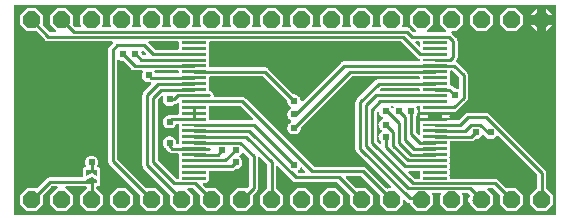
<source format=gtl>
G04 Layer: TopLayer*
G04 EasyEDA v6.5.3, 2022-05-10 11:38:20*
G04 ab62d8b6a5be4e798c685c15e3818e9c,b03e5731a7a74599b12e1065cb71c7ef,10*
G04 Gerber Generator version 0.2*
G04 Scale: 100 percent, Rotated: No, Reflected: No *
G04 Dimensions in inches *
G04 leading zeros omitted , absolute positions ,3 integer and 6 decimal *
%FSLAX36Y36*%
%MOIN*%

%ADD10C,0.0100*%
%ADD11C,0.0240*%

%LPD*%
G36*
X614200Y3875200D02*
G01*
X612660Y3875500D01*
X611380Y3876380D01*
X610500Y3877660D01*
X610200Y3879200D01*
X610200Y4570800D01*
X610500Y4572340D01*
X611380Y4573620D01*
X612660Y4574500D01*
X614200Y4574800D01*
X2415800Y4574800D01*
X2417340Y4574500D01*
X2418620Y4573620D01*
X2419500Y4572340D01*
X2419800Y4570800D01*
X2419800Y3879200D01*
X2419500Y3877660D01*
X2418620Y3876380D01*
X2417340Y3875500D01*
X2415800Y3875200D01*
G37*

%LPC*%
G36*
X1558720Y3887080D02*
G01*
X1581279Y3887080D01*
X1583460Y3887300D01*
X1585380Y3887880D01*
X1587140Y3888820D01*
X1588839Y3890200D01*
X1604800Y3906160D01*
X1606180Y3907860D01*
X1607120Y3909620D01*
X1607700Y3911540D01*
X1607920Y3913720D01*
X1607920Y3936280D01*
X1607700Y3938460D01*
X1607120Y3940380D01*
X1606180Y3942140D01*
X1604800Y3943840D01*
X1588839Y3959800D01*
X1587140Y3961180D01*
X1585380Y3962120D01*
X1583460Y3962700D01*
X1581279Y3962919D01*
X1558720Y3962919D01*
X1556540Y3962700D01*
X1554620Y3962120D01*
X1552860Y3961180D01*
X1551160Y3959800D01*
X1535220Y3943820D01*
X1533820Y3942140D01*
X1532880Y3940380D01*
X1532300Y3938460D01*
X1532100Y3936280D01*
X1532100Y3913720D01*
X1532300Y3911540D01*
X1532880Y3909620D01*
X1533820Y3907860D01*
X1535220Y3906180D01*
X1551160Y3890200D01*
X1552860Y3888820D01*
X1554620Y3887880D01*
X1556540Y3887300D01*
G37*
G36*
X958720Y3887080D02*
G01*
X981280Y3887080D01*
X983460Y3887300D01*
X985380Y3887880D01*
X987140Y3888820D01*
X988840Y3890200D01*
X1004800Y3906160D01*
X1006180Y3907860D01*
X1007120Y3909620D01*
X1007700Y3911540D01*
X1007920Y3913720D01*
X1007920Y3936280D01*
X1007700Y3938460D01*
X1007120Y3940380D01*
X1006180Y3942140D01*
X1004800Y3943840D01*
X988840Y3959800D01*
X987140Y3961180D01*
X985380Y3962120D01*
X983460Y3962700D01*
X981280Y3962919D01*
X958720Y3962919D01*
X956540Y3962700D01*
X954620Y3962120D01*
X952860Y3961180D01*
X951160Y3959800D01*
X935220Y3943820D01*
X933820Y3942140D01*
X932880Y3940380D01*
X932300Y3938460D01*
X932099Y3936280D01*
X932099Y3913720D01*
X932300Y3911540D01*
X932880Y3909620D01*
X933820Y3907860D01*
X935220Y3906180D01*
X951160Y3890200D01*
X952860Y3888820D01*
X954620Y3887880D01*
X956540Y3887300D01*
G37*
G36*
X1658720Y3887080D02*
G01*
X1681279Y3887080D01*
X1683460Y3887300D01*
X1685380Y3887880D01*
X1687140Y3888820D01*
X1688839Y3890200D01*
X1704800Y3906160D01*
X1706180Y3907860D01*
X1707120Y3909620D01*
X1707700Y3911540D01*
X1707920Y3913720D01*
X1707920Y3936280D01*
X1707700Y3938460D01*
X1707120Y3940380D01*
X1706180Y3942140D01*
X1704800Y3943840D01*
X1688839Y3959800D01*
X1687140Y3961180D01*
X1685380Y3962120D01*
X1683460Y3962700D01*
X1681279Y3962919D01*
X1658720Y3962919D01*
X1656540Y3962700D01*
X1654620Y3962120D01*
X1652860Y3961180D01*
X1651160Y3959800D01*
X1635220Y3943820D01*
X1633820Y3942140D01*
X1632880Y3940380D01*
X1632300Y3938460D01*
X1632100Y3936280D01*
X1632100Y3913720D01*
X1632300Y3911540D01*
X1632880Y3909620D01*
X1633820Y3907860D01*
X1635220Y3906180D01*
X1651160Y3890200D01*
X1652860Y3888820D01*
X1654620Y3887880D01*
X1656540Y3887300D01*
G37*
G36*
X658720Y3887080D02*
G01*
X681280Y3887080D01*
X683460Y3887300D01*
X685380Y3887880D01*
X687140Y3888820D01*
X688840Y3890200D01*
X704800Y3906160D01*
X706180Y3907860D01*
X707120Y3909620D01*
X707700Y3911540D01*
X707920Y3913720D01*
X707920Y3936259D01*
X707620Y3939000D01*
X707660Y3940179D01*
X708060Y3941300D01*
X708760Y3942260D01*
X735120Y3968620D01*
X736420Y3969500D01*
X737960Y3969800D01*
X753020Y3969800D01*
X754720Y3969420D01*
X756100Y3968340D01*
X756900Y3966780D01*
X756940Y3965020D01*
X756220Y3963420D01*
X754900Y3962280D01*
X752860Y3961180D01*
X751160Y3959800D01*
X735220Y3943820D01*
X733820Y3942140D01*
X732880Y3940380D01*
X732300Y3938460D01*
X732099Y3936280D01*
X732099Y3913720D01*
X732300Y3911540D01*
X732880Y3909620D01*
X733820Y3907860D01*
X735220Y3906180D01*
X751160Y3890200D01*
X752860Y3888820D01*
X754620Y3887880D01*
X756540Y3887300D01*
X758720Y3887080D01*
X781280Y3887080D01*
X783460Y3887300D01*
X785380Y3887880D01*
X787140Y3888820D01*
X788840Y3890200D01*
X804800Y3906160D01*
X806180Y3907860D01*
X807120Y3909620D01*
X807700Y3911540D01*
X807920Y3913720D01*
X807920Y3936280D01*
X807700Y3938460D01*
X807120Y3940380D01*
X806180Y3942140D01*
X804800Y3943840D01*
X788840Y3959800D01*
X787140Y3961180D01*
X785100Y3962280D01*
X783780Y3963420D01*
X783060Y3965020D01*
X783100Y3966780D01*
X783900Y3968340D01*
X785280Y3969420D01*
X786979Y3969800D01*
X850800Y3969800D01*
X852340Y3969500D01*
X853620Y3968620D01*
X854500Y3967340D01*
X854800Y3965800D01*
X854800Y3964620D01*
X854400Y3962880D01*
X853300Y3961500D01*
X851140Y3959780D01*
X835220Y3943820D01*
X833820Y3942140D01*
X832880Y3940380D01*
X832300Y3938460D01*
X832099Y3936280D01*
X832099Y3913720D01*
X832300Y3911540D01*
X832880Y3909620D01*
X833820Y3907860D01*
X835220Y3906180D01*
X851160Y3890200D01*
X852860Y3888820D01*
X854620Y3887880D01*
X856540Y3887300D01*
X858720Y3887080D01*
X881280Y3887080D01*
X883460Y3887300D01*
X885380Y3887880D01*
X887140Y3888820D01*
X888840Y3890200D01*
X904800Y3906160D01*
X906180Y3907860D01*
X907120Y3909620D01*
X907700Y3911540D01*
X907920Y3913720D01*
X907920Y3936280D01*
X907700Y3938460D01*
X907120Y3940380D01*
X906180Y3942140D01*
X904800Y3943840D01*
X888840Y3959800D01*
X886840Y3961440D01*
X885879Y3962580D01*
X885400Y3964000D01*
X885240Y3965280D01*
X885340Y3966860D01*
X886060Y3968279D01*
X887280Y3969320D01*
X888820Y3969780D01*
X891979Y3970100D01*
X894100Y3970840D01*
X896020Y3972040D01*
X897640Y3973660D01*
X898860Y3975580D01*
X899599Y3977740D01*
X899880Y3980220D01*
X899880Y3991620D01*
X899659Y3993820D01*
X899080Y3995740D01*
X898580Y3996660D01*
X898139Y3997960D01*
X898180Y3999340D01*
X898920Y4001040D01*
X899620Y4003120D01*
X899880Y4005539D01*
X899880Y4024780D01*
X899599Y4027260D01*
X898860Y4029420D01*
X897640Y4031340D01*
X896020Y4032960D01*
X894100Y4034160D01*
X892159Y4034840D01*
X890759Y4035700D01*
X889800Y4037060D01*
X889500Y4038700D01*
X889860Y4040299D01*
X890840Y4042420D01*
X891840Y4046139D01*
X892180Y4050000D01*
X891840Y4053860D01*
X890840Y4057580D01*
X889220Y4061100D01*
X887000Y4064260D01*
X884260Y4067000D01*
X881100Y4069220D01*
X877580Y4070840D01*
X873860Y4071840D01*
X870000Y4072180D01*
X866140Y4071840D01*
X862420Y4070840D01*
X858900Y4069220D01*
X855740Y4067000D01*
X853000Y4064260D01*
X850780Y4061100D01*
X849160Y4057580D01*
X848160Y4053860D01*
X847820Y4050000D01*
X848160Y4046139D01*
X849160Y4042420D01*
X850140Y4040299D01*
X850500Y4038700D01*
X850200Y4037060D01*
X849240Y4035700D01*
X847840Y4034840D01*
X845900Y4034160D01*
X843980Y4032960D01*
X842360Y4031340D01*
X841140Y4029420D01*
X840400Y4027260D01*
X840120Y4024780D01*
X840120Y4005539D01*
X840220Y4004640D01*
X840040Y4002980D01*
X839220Y4001520D01*
X837860Y4000539D01*
X836240Y4000200D01*
X730200Y4000200D01*
X727039Y3999880D01*
X724200Y3999020D01*
X721560Y3997620D01*
X719120Y3995600D01*
X687260Y3963759D01*
X686300Y3963060D01*
X685180Y3962660D01*
X684000Y3962620D01*
X681260Y3962919D01*
X658720Y3962919D01*
X656540Y3962700D01*
X654620Y3962120D01*
X652860Y3961180D01*
X651160Y3959800D01*
X635220Y3943820D01*
X633820Y3942140D01*
X632880Y3940380D01*
X632300Y3938460D01*
X632100Y3936280D01*
X632100Y3913720D01*
X632300Y3911540D01*
X632880Y3909620D01*
X633820Y3907860D01*
X635220Y3906180D01*
X651160Y3890200D01*
X652860Y3888820D01*
X654620Y3887880D01*
X656540Y3887300D01*
G37*
G36*
X1058720Y3887080D02*
G01*
X1081280Y3887080D01*
X1083460Y3887300D01*
X1085380Y3887880D01*
X1087140Y3888820D01*
X1088840Y3890200D01*
X1104800Y3906160D01*
X1106180Y3907860D01*
X1107120Y3909620D01*
X1107700Y3911540D01*
X1107920Y3913720D01*
X1107920Y3936280D01*
X1107700Y3938460D01*
X1107120Y3940380D01*
X1106180Y3942140D01*
X1104800Y3943840D01*
X1088840Y3959800D01*
X1087140Y3961180D01*
X1085380Y3962120D01*
X1083460Y3962700D01*
X1081280Y3962919D01*
X1058740Y3962919D01*
X1056000Y3962620D01*
X1054820Y3962660D01*
X1053700Y3963060D01*
X1052740Y3963759D01*
X956380Y4060120D01*
X955500Y4061420D01*
X955200Y4062960D01*
X955200Y4389200D01*
X955580Y4390900D01*
X956620Y4392260D01*
X958160Y4393060D01*
X959900Y4393140D01*
X961500Y4392480D01*
X963900Y4390780D01*
X967420Y4389160D01*
X971140Y4388160D01*
X974300Y4387880D01*
X975639Y4387520D01*
X976780Y4386720D01*
X1002860Y4360660D01*
X1005300Y4358640D01*
X1007940Y4357240D01*
X1010780Y4356380D01*
X1013940Y4356060D01*
X1036820Y4356060D01*
X1038379Y4355740D01*
X1039700Y4354840D01*
X1040560Y4353500D01*
X1040819Y4351920D01*
X1040460Y4350360D01*
X1039160Y4347580D01*
X1038160Y4343860D01*
X1037820Y4340000D01*
X1038160Y4336140D01*
X1039160Y4332420D01*
X1040780Y4328900D01*
X1043000Y4325740D01*
X1045740Y4323000D01*
X1048900Y4320780D01*
X1052420Y4319160D01*
X1056140Y4318160D01*
X1060000Y4317820D01*
X1061140Y4317920D01*
X1062660Y4317760D01*
X1065140Y4317000D01*
X1066160Y4316900D01*
X1067600Y4316480D01*
X1068780Y4315560D01*
X1069540Y4314260D01*
X1069760Y4312780D01*
X1069440Y4311320D01*
X1068600Y4310100D01*
X1044400Y4285880D01*
X1042380Y4283440D01*
X1040980Y4280800D01*
X1040120Y4277960D01*
X1039800Y4274800D01*
X1039800Y4040200D01*
X1040120Y4037040D01*
X1040980Y4034200D01*
X1042380Y4031560D01*
X1044400Y4029120D01*
X1131240Y3942260D01*
X1132200Y3940760D01*
X1132400Y3938980D01*
X1132100Y3936259D01*
X1132100Y3913720D01*
X1132300Y3911540D01*
X1132880Y3909620D01*
X1133820Y3907860D01*
X1135220Y3906180D01*
X1151160Y3890200D01*
X1152860Y3888820D01*
X1154620Y3887880D01*
X1156540Y3887300D01*
X1158720Y3887080D01*
X1181280Y3887080D01*
X1183460Y3887300D01*
X1185380Y3887880D01*
X1187140Y3888820D01*
X1188840Y3890200D01*
X1204800Y3906160D01*
X1206180Y3907860D01*
X1207120Y3909620D01*
X1207700Y3911540D01*
X1207920Y3913720D01*
X1207920Y3936280D01*
X1207700Y3938460D01*
X1207120Y3940380D01*
X1206180Y3942140D01*
X1204800Y3943840D01*
X1190660Y3957980D01*
X1189780Y3959260D01*
X1189480Y3960800D01*
X1189780Y3962340D01*
X1190660Y3963620D01*
X1191960Y3964500D01*
X1193480Y3964800D01*
X1207040Y3964800D01*
X1208580Y3964500D01*
X1209880Y3963620D01*
X1231240Y3942260D01*
X1232200Y3940760D01*
X1232400Y3938980D01*
X1232100Y3936259D01*
X1232100Y3913720D01*
X1232300Y3911540D01*
X1232880Y3909620D01*
X1233820Y3907860D01*
X1235220Y3906180D01*
X1251160Y3890200D01*
X1252860Y3888820D01*
X1254620Y3887880D01*
X1256540Y3887300D01*
X1258720Y3887080D01*
X1281279Y3887080D01*
X1283460Y3887300D01*
X1285380Y3887880D01*
X1287140Y3888820D01*
X1288839Y3890200D01*
X1304800Y3906160D01*
X1306180Y3907860D01*
X1307120Y3909620D01*
X1307700Y3911540D01*
X1307920Y3913720D01*
X1307920Y3936280D01*
X1307700Y3938460D01*
X1307120Y3940380D01*
X1306180Y3942140D01*
X1304800Y3943840D01*
X1288839Y3959800D01*
X1287140Y3961180D01*
X1285380Y3962120D01*
X1283460Y3962700D01*
X1281279Y3962919D01*
X1258740Y3962919D01*
X1256000Y3962620D01*
X1254820Y3962660D01*
X1253700Y3963060D01*
X1252740Y3963759D01*
X1241200Y3975299D01*
X1240340Y3976600D01*
X1240040Y3978120D01*
X1240340Y3979660D01*
X1241200Y3980960D01*
X1242500Y3981820D01*
X1244040Y3982120D01*
X1250520Y3982120D01*
X1253000Y3982400D01*
X1255160Y3983159D01*
X1257080Y3984360D01*
X1258700Y3985980D01*
X1259900Y3987900D01*
X1260660Y3990059D01*
X1260940Y3992540D01*
X1260940Y4001940D01*
X1260660Y4004420D01*
X1260200Y4005760D01*
X1259960Y4007080D01*
X1260200Y4008420D01*
X1260660Y4009740D01*
X1260940Y4012240D01*
X1260940Y4017400D01*
X1261240Y4018940D01*
X1262120Y4020240D01*
X1263420Y4021100D01*
X1264940Y4021400D01*
X1336420Y4021400D01*
X1339580Y4021720D01*
X1342420Y4022580D01*
X1345040Y4023980D01*
X1347500Y4026000D01*
X1348220Y4026720D01*
X1349360Y4027520D01*
X1350700Y4027880D01*
X1353860Y4028159D01*
X1357580Y4029160D01*
X1361100Y4030779D01*
X1364259Y4033000D01*
X1367000Y4035740D01*
X1369220Y4038900D01*
X1370840Y4042420D01*
X1371840Y4046139D01*
X1372180Y4050000D01*
X1371840Y4053860D01*
X1370840Y4057580D01*
X1369220Y4061100D01*
X1367000Y4064260D01*
X1364079Y4067180D01*
X1363220Y4068460D01*
X1362920Y4070000D01*
X1363220Y4071540D01*
X1364079Y4072820D01*
X1367000Y4075740D01*
X1369220Y4078900D01*
X1370100Y4080820D01*
X1371000Y4082040D01*
X1372300Y4082860D01*
X1373800Y4083120D01*
X1375280Y4082799D01*
X1376560Y4081940D01*
X1393620Y4064880D01*
X1394500Y4063580D01*
X1394800Y4062040D01*
X1394800Y3972960D01*
X1394500Y3971420D01*
X1393620Y3970120D01*
X1387260Y3963759D01*
X1386300Y3963060D01*
X1385180Y3962660D01*
X1384000Y3962620D01*
X1381260Y3962919D01*
X1358720Y3962919D01*
X1356540Y3962700D01*
X1354620Y3962120D01*
X1352860Y3961180D01*
X1351160Y3959800D01*
X1335220Y3943820D01*
X1333820Y3942140D01*
X1332880Y3940380D01*
X1332300Y3938460D01*
X1332100Y3936280D01*
X1332100Y3913720D01*
X1332300Y3911540D01*
X1332880Y3909620D01*
X1333820Y3907860D01*
X1335220Y3906180D01*
X1351160Y3890200D01*
X1352860Y3888820D01*
X1354620Y3887880D01*
X1356540Y3887300D01*
X1358720Y3887080D01*
X1381279Y3887080D01*
X1383460Y3887300D01*
X1385380Y3887880D01*
X1387140Y3888820D01*
X1388839Y3890200D01*
X1404800Y3906160D01*
X1406180Y3907860D01*
X1407120Y3909620D01*
X1407700Y3911540D01*
X1407920Y3913720D01*
X1407920Y3936259D01*
X1407620Y3939000D01*
X1407660Y3940179D01*
X1408060Y3941300D01*
X1408760Y3942260D01*
X1420600Y3954120D01*
X1422620Y3956560D01*
X1424019Y3959200D01*
X1424880Y3962040D01*
X1425200Y3965200D01*
X1425200Y4063639D01*
X1425500Y4065179D01*
X1426380Y4066480D01*
X1427660Y4067340D01*
X1429199Y4067640D01*
X1430740Y4067340D01*
X1432020Y4066480D01*
X1453620Y4044880D01*
X1454500Y4043580D01*
X1454800Y4042040D01*
X1454800Y3964620D01*
X1454400Y3962880D01*
X1453300Y3961500D01*
X1451140Y3959780D01*
X1435220Y3943820D01*
X1433820Y3942140D01*
X1432880Y3940380D01*
X1432300Y3938460D01*
X1432100Y3936280D01*
X1432100Y3913720D01*
X1432300Y3911540D01*
X1432880Y3909620D01*
X1433820Y3907860D01*
X1435220Y3906180D01*
X1451160Y3890200D01*
X1452860Y3888820D01*
X1454620Y3887880D01*
X1456540Y3887300D01*
X1458720Y3887080D01*
X1481279Y3887080D01*
X1483460Y3887300D01*
X1485380Y3887880D01*
X1487140Y3888820D01*
X1488839Y3890200D01*
X1504800Y3906160D01*
X1506180Y3907860D01*
X1507120Y3909620D01*
X1507700Y3911540D01*
X1507920Y3913720D01*
X1507920Y3936280D01*
X1507700Y3938460D01*
X1507120Y3940380D01*
X1506180Y3942140D01*
X1504800Y3943840D01*
X1488839Y3959780D01*
X1486699Y3961500D01*
X1485600Y3962880D01*
X1485200Y3964620D01*
X1485200Y4033639D01*
X1485500Y4035179D01*
X1486380Y4036480D01*
X1487660Y4037340D01*
X1489199Y4037640D01*
X1490740Y4037340D01*
X1492020Y4036480D01*
X1539120Y3989400D01*
X1541560Y3987380D01*
X1544199Y3985980D01*
X1547040Y3985120D01*
X1550200Y3984800D01*
X1687040Y3984800D01*
X1688580Y3984500D01*
X1689880Y3983620D01*
X1731240Y3942260D01*
X1731940Y3941300D01*
X1732340Y3940179D01*
X1732380Y3939000D01*
X1732080Y3936259D01*
X1732080Y3913720D01*
X1732300Y3911540D01*
X1732880Y3909620D01*
X1733820Y3907860D01*
X1735200Y3906160D01*
X1751160Y3890200D01*
X1752860Y3888820D01*
X1754620Y3887880D01*
X1756540Y3887300D01*
X1758720Y3887080D01*
X1781279Y3887080D01*
X1783460Y3887300D01*
X1785380Y3887880D01*
X1787140Y3888820D01*
X1788839Y3890200D01*
X1804800Y3906160D01*
X1806180Y3907860D01*
X1807120Y3909620D01*
X1807700Y3911540D01*
X1807920Y3913720D01*
X1807920Y3936280D01*
X1807700Y3938460D01*
X1807120Y3940380D01*
X1806180Y3942140D01*
X1804800Y3943840D01*
X1788839Y3959800D01*
X1787140Y3961180D01*
X1785380Y3962120D01*
X1783460Y3962700D01*
X1781279Y3962919D01*
X1758740Y3962919D01*
X1756000Y3962620D01*
X1754820Y3962660D01*
X1753700Y3963060D01*
X1752740Y3963759D01*
X1718520Y3997980D01*
X1717660Y3999260D01*
X1717360Y4000800D01*
X1717660Y4002340D01*
X1718520Y4003620D01*
X1719820Y4004500D01*
X1721360Y4004800D01*
X1767040Y4004800D01*
X1768580Y4004500D01*
X1769880Y4003620D01*
X1831240Y3942260D01*
X1831940Y3941300D01*
X1832340Y3940179D01*
X1832380Y3939000D01*
X1832080Y3936259D01*
X1832080Y3913720D01*
X1832300Y3911540D01*
X1832880Y3909620D01*
X1833820Y3907860D01*
X1835200Y3906160D01*
X1851160Y3890200D01*
X1852860Y3888820D01*
X1854620Y3887880D01*
X1856540Y3887300D01*
X1858720Y3887080D01*
X1881279Y3887080D01*
X1883460Y3887300D01*
X1885380Y3887880D01*
X1887140Y3888820D01*
X1888839Y3890200D01*
X1904800Y3906160D01*
X1906180Y3907860D01*
X1907120Y3909620D01*
X1907700Y3911540D01*
X1907920Y3913720D01*
X1907920Y3920920D01*
X1908220Y3922460D01*
X1909100Y3923759D01*
X1910380Y3924620D01*
X1911920Y3924920D01*
X1913460Y3924620D01*
X1914740Y3923759D01*
X1919120Y3919400D01*
X1921560Y3917380D01*
X1924199Y3915980D01*
X1927040Y3915120D01*
X1928720Y3914940D01*
X1930240Y3914480D01*
X1931440Y3913480D01*
X1932180Y3912080D01*
X1932880Y3909600D01*
X1933820Y3907860D01*
X1935200Y3906160D01*
X1951160Y3890200D01*
X1952860Y3888820D01*
X1954620Y3887880D01*
X1956540Y3887300D01*
X1958720Y3887080D01*
X1981279Y3887080D01*
X1983460Y3887300D01*
X1985380Y3887880D01*
X1987140Y3888820D01*
X1988839Y3890200D01*
X2004800Y3906160D01*
X2006180Y3907860D01*
X2007120Y3909620D01*
X2007700Y3911540D01*
X2007920Y3913720D01*
X2007920Y3936280D01*
X2007700Y3938460D01*
X2007140Y3940340D01*
X2005840Y3942640D01*
X2005360Y3944220D01*
X2005540Y3945860D01*
X2006380Y3947300D01*
X2007720Y3948260D01*
X2009340Y3948600D01*
X2030660Y3948600D01*
X2032280Y3948260D01*
X2033620Y3947300D01*
X2034460Y3945860D01*
X2034640Y3944220D01*
X2034160Y3942640D01*
X2032860Y3940340D01*
X2032300Y3938460D01*
X2032080Y3936280D01*
X2032080Y3913720D01*
X2032300Y3911540D01*
X2032880Y3909620D01*
X2033820Y3907860D01*
X2035200Y3906160D01*
X2051160Y3890200D01*
X2052860Y3888820D01*
X2054620Y3887880D01*
X2056540Y3887300D01*
X2058720Y3887080D01*
X2081279Y3887080D01*
X2083460Y3887300D01*
X2085380Y3887880D01*
X2087140Y3888820D01*
X2088839Y3890200D01*
X2104800Y3906160D01*
X2106180Y3907860D01*
X2107120Y3909620D01*
X2107700Y3911540D01*
X2107920Y3913720D01*
X2107920Y3936280D01*
X2107700Y3938460D01*
X2107140Y3940340D01*
X2105840Y3942640D01*
X2105360Y3944220D01*
X2105540Y3945860D01*
X2106380Y3947300D01*
X2107720Y3948260D01*
X2109340Y3948600D01*
X2123240Y3948600D01*
X2124780Y3948300D01*
X2126080Y3947420D01*
X2131080Y3942420D01*
X2131980Y3941019D01*
X2132260Y3939400D01*
X2131840Y3937799D01*
X2130800Y3936500D01*
X2129860Y3935740D01*
X2127980Y3933440D01*
X2126580Y3930800D01*
X2125720Y3927960D01*
X2125420Y3925000D01*
X2125720Y3922040D01*
X2126580Y3919200D01*
X2127980Y3916560D01*
X2129860Y3914260D01*
X2131060Y3913279D01*
X2131840Y3912420D01*
X2132340Y3911360D01*
X2132880Y3909620D01*
X2133820Y3907860D01*
X2135200Y3906160D01*
X2151160Y3890200D01*
X2152860Y3888820D01*
X2154620Y3887880D01*
X2156540Y3887300D01*
X2158720Y3887080D01*
X2181280Y3887080D01*
X2183460Y3887300D01*
X2185380Y3887880D01*
X2187140Y3888820D01*
X2188840Y3890200D01*
X2204800Y3906160D01*
X2206180Y3907860D01*
X2207120Y3909620D01*
X2207700Y3911540D01*
X2207920Y3913720D01*
X2207920Y3936280D01*
X2207700Y3938460D01*
X2207120Y3940380D01*
X2206180Y3942140D01*
X2204800Y3943840D01*
X2190660Y3957980D01*
X2189780Y3959260D01*
X2189480Y3960800D01*
X2189780Y3962340D01*
X2190660Y3963620D01*
X2191960Y3964500D01*
X2193480Y3964800D01*
X2207040Y3964800D01*
X2208580Y3964500D01*
X2209880Y3963620D01*
X2231240Y3942260D01*
X2231940Y3941300D01*
X2232340Y3940179D01*
X2232380Y3939000D01*
X2232080Y3936259D01*
X2232080Y3913720D01*
X2232300Y3911540D01*
X2232880Y3909620D01*
X2233820Y3907860D01*
X2235200Y3906160D01*
X2251160Y3890200D01*
X2252860Y3888820D01*
X2254620Y3887880D01*
X2256540Y3887300D01*
X2258720Y3887080D01*
X2281280Y3887080D01*
X2283460Y3887300D01*
X2285380Y3887880D01*
X2287140Y3888820D01*
X2288840Y3890200D01*
X2304800Y3906160D01*
X2306180Y3907860D01*
X2307120Y3909620D01*
X2307700Y3911540D01*
X2307920Y3913720D01*
X2307920Y3936280D01*
X2307700Y3938460D01*
X2307120Y3940380D01*
X2306180Y3942140D01*
X2304800Y3943840D01*
X2288840Y3959800D01*
X2287140Y3961180D01*
X2285380Y3962120D01*
X2283460Y3962700D01*
X2281280Y3962919D01*
X2258740Y3962919D01*
X2256000Y3962620D01*
X2254820Y3962660D01*
X2253700Y3963060D01*
X2252740Y3963759D01*
X2225880Y3990600D01*
X2223440Y3992620D01*
X2220800Y3994020D01*
X2217960Y3994880D01*
X2214800Y3995200D01*
X2068100Y3995200D01*
X2066560Y3995500D01*
X2065260Y3996380D01*
X2064400Y3997660D01*
X2064100Y3999200D01*
X2064100Y4001940D01*
X2063820Y4004440D01*
X2063340Y4005760D01*
X2063120Y4007080D01*
X2063340Y4008420D01*
X2063820Y4009740D01*
X2064100Y4012240D01*
X2064100Y4021620D01*
X2063820Y4024120D01*
X2063340Y4025460D01*
X2063120Y4026780D01*
X2063340Y4028100D01*
X2063820Y4029440D01*
X2064100Y4031920D01*
X2064100Y4041320D01*
X2063820Y4043800D01*
X2063340Y4045140D01*
X2063120Y4046460D01*
X2063340Y4047780D01*
X2063820Y4049120D01*
X2064100Y4051600D01*
X2064100Y4061000D01*
X2063820Y4063480D01*
X2063340Y4064820D01*
X2063120Y4066139D01*
X2063340Y4067460D01*
X2063820Y4068800D01*
X2064100Y4071300D01*
X2064100Y4080680D01*
X2063820Y4083180D01*
X2063340Y4084500D01*
X2063120Y4085820D01*
X2063340Y4087160D01*
X2063820Y4088480D01*
X2064100Y4090980D01*
X2064100Y4100360D01*
X2063820Y4102860D01*
X2063340Y4104200D01*
X2063120Y4105520D01*
X2063340Y4106840D01*
X2063820Y4108180D01*
X2064100Y4110659D01*
X2064100Y4115840D01*
X2064400Y4117360D01*
X2065260Y4118660D01*
X2066560Y4119540D01*
X2068100Y4119840D01*
X2134840Y4119840D01*
X2138000Y4120140D01*
X2140840Y4121019D01*
X2143480Y4122420D01*
X2145920Y4124420D01*
X2148220Y4126720D01*
X2149360Y4127520D01*
X2150700Y4127880D01*
X2153860Y4128159D01*
X2157580Y4129160D01*
X2161100Y4130779D01*
X2164260Y4133000D01*
X2167000Y4135740D01*
X2169220Y4138900D01*
X2170100Y4140820D01*
X2171000Y4142040D01*
X2172300Y4142860D01*
X2173800Y4143120D01*
X2175280Y4142799D01*
X2176560Y4141940D01*
X2179120Y4139400D01*
X2181820Y4137160D01*
X2183000Y4135740D01*
X2185740Y4133000D01*
X2188900Y4130779D01*
X2192420Y4129160D01*
X2196140Y4128159D01*
X2200000Y4127820D01*
X2203860Y4128159D01*
X2207580Y4129160D01*
X2211100Y4130779D01*
X2214260Y4133000D01*
X2217000Y4135740D01*
X2218700Y4138159D01*
X2219980Y4139340D01*
X2221620Y4139860D01*
X2223340Y4139640D01*
X2224800Y4138700D01*
X2353620Y4009880D01*
X2354500Y4008580D01*
X2354800Y4007040D01*
X2354800Y3964620D01*
X2354400Y3962880D01*
X2353300Y3961500D01*
X2351160Y3959780D01*
X2335200Y3943840D01*
X2333820Y3942140D01*
X2332880Y3940380D01*
X2332300Y3938460D01*
X2332080Y3936280D01*
X2332080Y3913720D01*
X2332300Y3911540D01*
X2332880Y3909620D01*
X2333820Y3907860D01*
X2335200Y3906160D01*
X2351160Y3890200D01*
X2352860Y3888820D01*
X2354620Y3887880D01*
X2356540Y3887300D01*
X2358720Y3887080D01*
X2381280Y3887080D01*
X2383460Y3887300D01*
X2385380Y3887880D01*
X2387140Y3888820D01*
X2388840Y3890200D01*
X2404800Y3906160D01*
X2406180Y3907860D01*
X2407120Y3909620D01*
X2407700Y3911540D01*
X2407920Y3913720D01*
X2407920Y3936280D01*
X2407700Y3938460D01*
X2407120Y3940380D01*
X2406180Y3942140D01*
X2404800Y3943840D01*
X2388840Y3959780D01*
X2386700Y3961500D01*
X2385600Y3962880D01*
X2385200Y3964620D01*
X2385200Y4014800D01*
X2384880Y4017960D01*
X2384020Y4020800D01*
X2382620Y4023440D01*
X2380600Y4025880D01*
X2195880Y4210600D01*
X2193440Y4212620D01*
X2190800Y4214020D01*
X2187960Y4214880D01*
X2184800Y4215200D01*
X2125200Y4215200D01*
X2122040Y4214880D01*
X2119200Y4214020D01*
X2116560Y4212620D01*
X2114120Y4210600D01*
X2094280Y4190779D01*
X2092980Y4189900D01*
X2091440Y4189600D01*
X2014700Y4189600D01*
X2013800Y4189540D01*
X1975400Y4189540D01*
X1971860Y4189120D01*
X1964980Y4189120D01*
X1965240Y4186900D01*
X1965700Y4185580D01*
X1965920Y4184240D01*
X1965700Y4182919D01*
X1965240Y4181600D01*
X1964960Y4179100D01*
X1964960Y4169720D01*
X1965240Y4167220D01*
X1965700Y4165899D01*
X1965920Y4164560D01*
X1965700Y4163240D01*
X1965240Y4161920D01*
X1964960Y4159420D01*
X1964960Y4150040D01*
X1965240Y4147540D01*
X1965520Y4146740D01*
X1965740Y4145220D01*
X1965380Y4143740D01*
X1964480Y4142500D01*
X1963180Y4141680D01*
X1961680Y4141400D01*
X1960180Y4141720D01*
X1958920Y4142580D01*
X1951380Y4150120D01*
X1950500Y4151420D01*
X1950200Y4152960D01*
X1950200Y4202280D01*
X1950500Y4203820D01*
X1951380Y4205120D01*
X1952000Y4205740D01*
X1954220Y4208900D01*
X1955840Y4212420D01*
X1956840Y4216140D01*
X1956960Y4217520D01*
X1957480Y4219140D01*
X1957180Y4220160D01*
X1956840Y4223860D01*
X1955840Y4227580D01*
X1954220Y4231100D01*
X1953860Y4231600D01*
X1953200Y4233200D01*
X1953260Y4234940D01*
X1954060Y4236480D01*
X1955440Y4237520D01*
X1957120Y4237900D01*
X1960960Y4237900D01*
X1962480Y4237600D01*
X1963779Y4236720D01*
X1964640Y4235440D01*
X1964960Y4233900D01*
X1964960Y4228780D01*
X1965240Y4226280D01*
X1965700Y4224940D01*
X1965920Y4223620D01*
X1965700Y4222300D01*
X1965240Y4220960D01*
X1965140Y4220060D01*
X1964680Y4218740D01*
X1971879Y4218740D01*
X1975400Y4218340D01*
X2078300Y4218300D01*
X2081459Y4218620D01*
X2084300Y4219480D01*
X2086940Y4220880D01*
X2089379Y4222900D01*
X2120600Y4254120D01*
X2122620Y4256560D01*
X2124020Y4259200D01*
X2124880Y4262040D01*
X2125200Y4265200D01*
X2125200Y4339800D01*
X2124880Y4342960D01*
X2124020Y4345800D01*
X2122620Y4348440D01*
X2120600Y4350880D01*
X2089580Y4381900D01*
X2086900Y4384040D01*
X2085580Y4385200D01*
X2084860Y4386800D01*
X2084900Y4388540D01*
X2085700Y4390120D01*
X2087620Y4392460D01*
X2089019Y4395100D01*
X2089880Y4397940D01*
X2090200Y4401100D01*
X2090200Y4454800D01*
X2089880Y4457960D01*
X2089019Y4460800D01*
X2087620Y4463440D01*
X2085600Y4465880D01*
X2072180Y4479300D01*
X2071360Y4479980D01*
X2070340Y4481260D01*
X2069900Y4482820D01*
X2070140Y4484420D01*
X2070980Y4485820D01*
X2072300Y4486740D01*
X2073899Y4487080D01*
X2081279Y4487080D01*
X2083460Y4487300D01*
X2085380Y4487880D01*
X2087140Y4488820D01*
X2088839Y4490200D01*
X2104800Y4506160D01*
X2106180Y4507860D01*
X2107120Y4509620D01*
X2107700Y4511540D01*
X2107920Y4513720D01*
X2107920Y4536280D01*
X2107700Y4538460D01*
X2107120Y4540380D01*
X2106180Y4542140D01*
X2104800Y4543840D01*
X2088839Y4559800D01*
X2087140Y4561180D01*
X2085380Y4562120D01*
X2083460Y4562700D01*
X2081279Y4562920D01*
X2058720Y4562920D01*
X2056540Y4562700D01*
X2054620Y4562120D01*
X2052860Y4561180D01*
X2051160Y4559800D01*
X2035200Y4543840D01*
X2033820Y4542140D01*
X2032880Y4540380D01*
X2032300Y4538460D01*
X2032080Y4536280D01*
X2032080Y4513720D01*
X2032300Y4511540D01*
X2032880Y4509620D01*
X2033820Y4507860D01*
X2035200Y4506160D01*
X2050640Y4490720D01*
X2051519Y4489440D01*
X2051819Y4487900D01*
X2051519Y4486360D01*
X2050640Y4485080D01*
X2049340Y4484200D01*
X2047820Y4483900D01*
X1992180Y4483900D01*
X1990660Y4484200D01*
X1989360Y4485080D01*
X1988480Y4486360D01*
X1988180Y4487900D01*
X1988480Y4489440D01*
X1989360Y4490720D01*
X2004800Y4506160D01*
X2006180Y4507860D01*
X2007120Y4509620D01*
X2007700Y4511540D01*
X2007920Y4513720D01*
X2007920Y4536280D01*
X2007700Y4538460D01*
X2007120Y4540380D01*
X2006180Y4542140D01*
X2004800Y4543840D01*
X1988839Y4559800D01*
X1987140Y4561180D01*
X1985380Y4562120D01*
X1983460Y4562700D01*
X1981279Y4562920D01*
X1958720Y4562920D01*
X1956540Y4562700D01*
X1954620Y4562120D01*
X1952860Y4561180D01*
X1951160Y4559800D01*
X1935200Y4543840D01*
X1933820Y4542140D01*
X1932880Y4540380D01*
X1932300Y4538460D01*
X1932080Y4536280D01*
X1932080Y4513720D01*
X1932300Y4511540D01*
X1932880Y4509620D01*
X1933820Y4507860D01*
X1935200Y4506160D01*
X1950640Y4490720D01*
X1951519Y4489440D01*
X1951819Y4487900D01*
X1951519Y4486360D01*
X1950640Y4485080D01*
X1949340Y4484200D01*
X1947820Y4483900D01*
X1945360Y4483900D01*
X1943820Y4484200D01*
X1942520Y4485080D01*
X1932380Y4495200D01*
X1929940Y4497220D01*
X1927300Y4498620D01*
X1924460Y4499480D01*
X1921300Y4499800D01*
X1908020Y4499800D01*
X1906560Y4500080D01*
X1905280Y4500880D01*
X1904400Y4502080D01*
X1904040Y4503540D01*
X1904220Y4505020D01*
X1904940Y4506340D01*
X1906180Y4507860D01*
X1907120Y4509620D01*
X1907700Y4511540D01*
X1907920Y4513720D01*
X1907920Y4536280D01*
X1907700Y4538460D01*
X1907120Y4540380D01*
X1906180Y4542140D01*
X1904800Y4543840D01*
X1888839Y4559800D01*
X1887140Y4561180D01*
X1885380Y4562120D01*
X1883460Y4562700D01*
X1881279Y4562920D01*
X1858720Y4562920D01*
X1856540Y4562700D01*
X1854620Y4562120D01*
X1852860Y4561180D01*
X1851160Y4559800D01*
X1835200Y4543840D01*
X1833820Y4542140D01*
X1832880Y4540380D01*
X1832300Y4538460D01*
X1832080Y4536280D01*
X1832080Y4513720D01*
X1832300Y4511540D01*
X1832880Y4509620D01*
X1833820Y4507860D01*
X1835060Y4506340D01*
X1835780Y4505020D01*
X1835960Y4503540D01*
X1835600Y4502080D01*
X1834720Y4500880D01*
X1833440Y4500080D01*
X1831980Y4499800D01*
X1808020Y4499800D01*
X1806560Y4500080D01*
X1805280Y4500880D01*
X1804400Y4502080D01*
X1804040Y4503540D01*
X1804220Y4505020D01*
X1804940Y4506340D01*
X1806180Y4507860D01*
X1807120Y4509620D01*
X1807700Y4511540D01*
X1807920Y4513720D01*
X1807920Y4536280D01*
X1807700Y4538460D01*
X1807120Y4540380D01*
X1806180Y4542140D01*
X1804800Y4543840D01*
X1788839Y4559800D01*
X1787140Y4561180D01*
X1785380Y4562120D01*
X1783460Y4562700D01*
X1781279Y4562920D01*
X1758720Y4562920D01*
X1756540Y4562700D01*
X1754620Y4562120D01*
X1752860Y4561180D01*
X1751160Y4559800D01*
X1735200Y4543840D01*
X1733820Y4542140D01*
X1732880Y4540380D01*
X1732300Y4538460D01*
X1732080Y4536280D01*
X1732080Y4513720D01*
X1732300Y4511540D01*
X1732880Y4509620D01*
X1733820Y4507860D01*
X1735060Y4506340D01*
X1735780Y4505020D01*
X1735960Y4503540D01*
X1735600Y4502080D01*
X1734720Y4500880D01*
X1733440Y4500080D01*
X1731980Y4499800D01*
X1708020Y4499800D01*
X1706560Y4500080D01*
X1705280Y4500880D01*
X1704400Y4502080D01*
X1704040Y4503540D01*
X1704220Y4505020D01*
X1704940Y4506340D01*
X1706180Y4507860D01*
X1707120Y4509620D01*
X1707700Y4511540D01*
X1707920Y4513720D01*
X1707920Y4536280D01*
X1707700Y4538460D01*
X1707120Y4540380D01*
X1706180Y4542140D01*
X1704800Y4543840D01*
X1688839Y4559800D01*
X1687140Y4561180D01*
X1685380Y4562120D01*
X1683460Y4562700D01*
X1681279Y4562920D01*
X1658720Y4562920D01*
X1656540Y4562700D01*
X1654620Y4562120D01*
X1652860Y4561180D01*
X1651160Y4559800D01*
X1635220Y4543820D01*
X1633820Y4542140D01*
X1632880Y4540380D01*
X1632300Y4538460D01*
X1632100Y4536280D01*
X1632100Y4513720D01*
X1632300Y4511540D01*
X1632880Y4509620D01*
X1633820Y4507860D01*
X1635080Y4506340D01*
X1635800Y4505020D01*
X1635980Y4503540D01*
X1635600Y4502080D01*
X1634720Y4500880D01*
X1633460Y4500080D01*
X1631980Y4499800D01*
X1608020Y4499800D01*
X1606560Y4500080D01*
X1605280Y4500880D01*
X1604400Y4502080D01*
X1604040Y4503540D01*
X1604220Y4505020D01*
X1604940Y4506340D01*
X1606180Y4507860D01*
X1607120Y4509620D01*
X1607700Y4511540D01*
X1607920Y4513720D01*
X1607920Y4536280D01*
X1607700Y4538460D01*
X1607120Y4540380D01*
X1606180Y4542140D01*
X1604800Y4543840D01*
X1588839Y4559800D01*
X1587140Y4561180D01*
X1585380Y4562120D01*
X1583460Y4562700D01*
X1581279Y4562920D01*
X1558720Y4562920D01*
X1556540Y4562700D01*
X1554620Y4562120D01*
X1552860Y4561180D01*
X1551160Y4559800D01*
X1535220Y4543820D01*
X1533820Y4542140D01*
X1532880Y4540380D01*
X1532300Y4538460D01*
X1532100Y4536280D01*
X1532100Y4513720D01*
X1532300Y4511540D01*
X1532880Y4509620D01*
X1533820Y4507860D01*
X1535080Y4506340D01*
X1535800Y4505020D01*
X1535980Y4503540D01*
X1535600Y4502080D01*
X1534720Y4500880D01*
X1533460Y4500080D01*
X1531980Y4499800D01*
X1508020Y4499800D01*
X1506560Y4500080D01*
X1505280Y4500880D01*
X1504400Y4502080D01*
X1504040Y4503540D01*
X1504220Y4505020D01*
X1504940Y4506340D01*
X1506180Y4507860D01*
X1507120Y4509620D01*
X1507700Y4511540D01*
X1507920Y4513720D01*
X1507920Y4536280D01*
X1507700Y4538460D01*
X1507120Y4540380D01*
X1506180Y4542140D01*
X1504800Y4543840D01*
X1488839Y4559800D01*
X1487140Y4561180D01*
X1485380Y4562120D01*
X1483460Y4562700D01*
X1481279Y4562920D01*
X1458720Y4562920D01*
X1456540Y4562700D01*
X1454620Y4562120D01*
X1452860Y4561180D01*
X1451160Y4559800D01*
X1435220Y4543820D01*
X1433820Y4542140D01*
X1432880Y4540380D01*
X1432300Y4538460D01*
X1432100Y4536280D01*
X1432100Y4513720D01*
X1432300Y4511540D01*
X1432880Y4509620D01*
X1433820Y4507860D01*
X1435080Y4506340D01*
X1435800Y4505020D01*
X1435980Y4503540D01*
X1435600Y4502080D01*
X1434720Y4500880D01*
X1433460Y4500080D01*
X1431980Y4499800D01*
X1408020Y4499800D01*
X1406560Y4500080D01*
X1405280Y4500880D01*
X1404400Y4502080D01*
X1404040Y4503540D01*
X1404220Y4505020D01*
X1404940Y4506340D01*
X1406180Y4507860D01*
X1407120Y4509620D01*
X1407700Y4511540D01*
X1407920Y4513720D01*
X1407920Y4536280D01*
X1407700Y4538460D01*
X1407120Y4540380D01*
X1406180Y4542140D01*
X1404800Y4543840D01*
X1388839Y4559800D01*
X1387140Y4561180D01*
X1385380Y4562120D01*
X1383460Y4562700D01*
X1381279Y4562920D01*
X1358720Y4562920D01*
X1356540Y4562700D01*
X1354620Y4562120D01*
X1352860Y4561180D01*
X1351160Y4559800D01*
X1335220Y4543820D01*
X1333820Y4542140D01*
X1332880Y4540380D01*
X1332300Y4538460D01*
X1332100Y4536280D01*
X1332100Y4513720D01*
X1332300Y4511540D01*
X1332880Y4509620D01*
X1333820Y4507860D01*
X1335080Y4506340D01*
X1335800Y4505020D01*
X1335980Y4503540D01*
X1335600Y4502080D01*
X1334720Y4500880D01*
X1333460Y4500080D01*
X1331980Y4499800D01*
X1308020Y4499800D01*
X1306560Y4500080D01*
X1305280Y4500880D01*
X1304400Y4502080D01*
X1304040Y4503540D01*
X1304220Y4505020D01*
X1304940Y4506340D01*
X1306180Y4507860D01*
X1307120Y4509620D01*
X1307700Y4511540D01*
X1307920Y4513720D01*
X1307920Y4536280D01*
X1307700Y4538460D01*
X1307120Y4540380D01*
X1306180Y4542140D01*
X1304800Y4543840D01*
X1288839Y4559800D01*
X1287140Y4561180D01*
X1285380Y4562120D01*
X1283460Y4562700D01*
X1281279Y4562920D01*
X1258720Y4562920D01*
X1256540Y4562700D01*
X1254620Y4562120D01*
X1252860Y4561180D01*
X1251160Y4559800D01*
X1235220Y4543820D01*
X1233820Y4542140D01*
X1232880Y4540380D01*
X1232300Y4538460D01*
X1232100Y4536280D01*
X1232100Y4513720D01*
X1232300Y4511540D01*
X1232880Y4509620D01*
X1233820Y4507860D01*
X1235080Y4506340D01*
X1235800Y4505020D01*
X1235980Y4503540D01*
X1235600Y4502080D01*
X1234720Y4500880D01*
X1233460Y4500080D01*
X1231980Y4499800D01*
X1208020Y4499800D01*
X1206560Y4500080D01*
X1205280Y4500880D01*
X1204400Y4502080D01*
X1204040Y4503540D01*
X1204220Y4505020D01*
X1204940Y4506340D01*
X1206180Y4507860D01*
X1207120Y4509620D01*
X1207700Y4511540D01*
X1207920Y4513720D01*
X1207920Y4536280D01*
X1207700Y4538460D01*
X1207120Y4540380D01*
X1206180Y4542140D01*
X1204800Y4543840D01*
X1188840Y4559800D01*
X1187140Y4561180D01*
X1185380Y4562120D01*
X1183460Y4562700D01*
X1181280Y4562920D01*
X1158720Y4562920D01*
X1156540Y4562700D01*
X1154620Y4562120D01*
X1152860Y4561180D01*
X1151160Y4559800D01*
X1135220Y4543820D01*
X1133820Y4542140D01*
X1132880Y4540380D01*
X1132300Y4538460D01*
X1132100Y4536280D01*
X1132100Y4513720D01*
X1132300Y4511540D01*
X1132880Y4509620D01*
X1133820Y4507860D01*
X1135080Y4506340D01*
X1135800Y4505020D01*
X1135980Y4503540D01*
X1135600Y4502080D01*
X1134720Y4500880D01*
X1133460Y4500080D01*
X1131980Y4499800D01*
X1108020Y4499800D01*
X1106560Y4500080D01*
X1105280Y4500880D01*
X1104400Y4502080D01*
X1104040Y4503540D01*
X1104220Y4505020D01*
X1104940Y4506340D01*
X1106180Y4507860D01*
X1107120Y4509620D01*
X1107700Y4511540D01*
X1107920Y4513720D01*
X1107920Y4536280D01*
X1107700Y4538460D01*
X1107120Y4540380D01*
X1106180Y4542140D01*
X1104800Y4543840D01*
X1088840Y4559800D01*
X1087140Y4561180D01*
X1085380Y4562120D01*
X1083460Y4562700D01*
X1081280Y4562920D01*
X1058720Y4562920D01*
X1056540Y4562700D01*
X1054620Y4562120D01*
X1052860Y4561180D01*
X1051160Y4559800D01*
X1035220Y4543820D01*
X1033820Y4542140D01*
X1032880Y4540380D01*
X1032300Y4538460D01*
X1032099Y4536280D01*
X1032099Y4513720D01*
X1032300Y4511540D01*
X1032880Y4509620D01*
X1033820Y4507860D01*
X1035080Y4506340D01*
X1035800Y4505020D01*
X1035980Y4503540D01*
X1035600Y4502080D01*
X1034720Y4500880D01*
X1033460Y4500080D01*
X1031979Y4499800D01*
X1008020Y4499800D01*
X1006560Y4500080D01*
X1005280Y4500880D01*
X1004400Y4502080D01*
X1004040Y4503540D01*
X1004220Y4505020D01*
X1004940Y4506340D01*
X1006180Y4507860D01*
X1007120Y4509620D01*
X1007700Y4511540D01*
X1007920Y4513720D01*
X1007920Y4536280D01*
X1007700Y4538460D01*
X1007120Y4540380D01*
X1006180Y4542140D01*
X1004800Y4543840D01*
X988840Y4559800D01*
X987140Y4561180D01*
X985380Y4562120D01*
X983460Y4562700D01*
X981280Y4562920D01*
X958720Y4562920D01*
X956540Y4562700D01*
X954620Y4562120D01*
X952860Y4561180D01*
X951160Y4559800D01*
X935220Y4543820D01*
X933820Y4542140D01*
X932880Y4540380D01*
X932300Y4538460D01*
X932099Y4536280D01*
X932099Y4513720D01*
X932300Y4511540D01*
X932880Y4509620D01*
X933820Y4507860D01*
X935080Y4506340D01*
X935800Y4505020D01*
X935980Y4503540D01*
X935600Y4502080D01*
X934720Y4500880D01*
X933460Y4500080D01*
X931979Y4499800D01*
X908020Y4499800D01*
X906560Y4500080D01*
X905280Y4500880D01*
X904400Y4502080D01*
X904040Y4503540D01*
X904220Y4505020D01*
X904940Y4506340D01*
X906180Y4507860D01*
X907120Y4509620D01*
X907700Y4511540D01*
X907920Y4513720D01*
X907920Y4536280D01*
X907700Y4538460D01*
X907120Y4540380D01*
X906180Y4542140D01*
X904800Y4543840D01*
X888840Y4559800D01*
X887140Y4561180D01*
X885380Y4562120D01*
X883460Y4562700D01*
X881280Y4562920D01*
X858720Y4562920D01*
X856540Y4562700D01*
X854620Y4562120D01*
X852860Y4561180D01*
X851160Y4559800D01*
X835220Y4543820D01*
X833820Y4542140D01*
X832880Y4540380D01*
X832300Y4538460D01*
X832099Y4536280D01*
X832099Y4513720D01*
X832300Y4511540D01*
X832880Y4509620D01*
X833820Y4507860D01*
X835080Y4506340D01*
X835800Y4505020D01*
X835980Y4503540D01*
X835600Y4502080D01*
X834720Y4500880D01*
X833460Y4500080D01*
X831979Y4499800D01*
X818360Y4499800D01*
X816820Y4500100D01*
X815520Y4500980D01*
X808760Y4507740D01*
X808060Y4508700D01*
X807660Y4509820D01*
X807620Y4511000D01*
X807920Y4513740D01*
X807920Y4536280D01*
X807700Y4538460D01*
X807120Y4540380D01*
X806180Y4542140D01*
X804800Y4543840D01*
X788840Y4559800D01*
X787140Y4561180D01*
X785380Y4562120D01*
X783460Y4562700D01*
X781280Y4562920D01*
X758720Y4562920D01*
X756540Y4562700D01*
X754620Y4562120D01*
X752860Y4561180D01*
X751160Y4559800D01*
X735220Y4543820D01*
X733820Y4542140D01*
X732880Y4540380D01*
X732300Y4538460D01*
X732099Y4536280D01*
X732099Y4513720D01*
X732300Y4511540D01*
X732880Y4509620D01*
X733820Y4507860D01*
X735220Y4506180D01*
X750840Y4490520D01*
X751720Y4489220D01*
X752020Y4487700D01*
X751720Y4486160D01*
X750840Y4484880D01*
X749539Y4484000D01*
X748020Y4483700D01*
X734460Y4483700D01*
X732920Y4484000D01*
X731620Y4484880D01*
X708760Y4507740D01*
X708060Y4508700D01*
X707660Y4509820D01*
X707620Y4511000D01*
X707920Y4513740D01*
X707920Y4536280D01*
X707700Y4538460D01*
X707120Y4540380D01*
X706180Y4542140D01*
X704800Y4543840D01*
X688840Y4559800D01*
X687140Y4561180D01*
X685380Y4562120D01*
X683460Y4562700D01*
X681280Y4562920D01*
X658720Y4562920D01*
X656540Y4562700D01*
X654620Y4562120D01*
X652860Y4561180D01*
X651160Y4559800D01*
X635220Y4543820D01*
X633820Y4542140D01*
X632880Y4540380D01*
X632300Y4538460D01*
X632100Y4536280D01*
X632100Y4513720D01*
X632300Y4511540D01*
X632880Y4509620D01*
X633820Y4507860D01*
X635220Y4506180D01*
X651160Y4490200D01*
X652860Y4488820D01*
X654620Y4487880D01*
X656540Y4487300D01*
X658720Y4487080D01*
X681260Y4487080D01*
X684000Y4487380D01*
X685180Y4487340D01*
X686300Y4486940D01*
X687260Y4486240D01*
X715620Y4457900D01*
X718060Y4455880D01*
X720699Y4454480D01*
X723540Y4453620D01*
X726700Y4453300D01*
X937140Y4453300D01*
X938680Y4453000D01*
X939980Y4452120D01*
X940840Y4450840D01*
X941140Y4449300D01*
X940840Y4447760D01*
X939980Y4446480D01*
X929400Y4435880D01*
X927380Y4433440D01*
X925980Y4430800D01*
X925120Y4427960D01*
X924800Y4424800D01*
X924800Y4055200D01*
X925120Y4052040D01*
X925980Y4049200D01*
X927380Y4046560D01*
X929400Y4044120D01*
X1031240Y3942260D01*
X1032200Y3940760D01*
X1032400Y3938980D01*
X1032099Y3936259D01*
X1032099Y3913720D01*
X1032300Y3911540D01*
X1032880Y3909620D01*
X1033820Y3907860D01*
X1035220Y3906180D01*
X1051160Y3890200D01*
X1052860Y3888820D01*
X1054620Y3887880D01*
X1056540Y3887300D01*
G37*
G36*
X2036699Y4199040D02*
G01*
X2064060Y4199040D01*
X2063820Y4201280D01*
X2063340Y4202620D01*
X2063120Y4203940D01*
X2063340Y4205260D01*
X2063820Y4206600D01*
X2064060Y4208820D01*
X2036699Y4208820D01*
G37*
G36*
X1964980Y4199040D02*
G01*
X1992340Y4199040D01*
X1992340Y4208820D01*
X1964980Y4208820D01*
X1965240Y4206600D01*
X1965700Y4205260D01*
X1965920Y4203940D01*
X1965700Y4202620D01*
X1965240Y4201280D01*
G37*
G36*
X2158720Y4487080D02*
G01*
X2181280Y4487080D01*
X2183460Y4487300D01*
X2185380Y4487880D01*
X2187140Y4488820D01*
X2188840Y4490200D01*
X2204800Y4506160D01*
X2206180Y4507860D01*
X2207120Y4509620D01*
X2207700Y4511540D01*
X2207920Y4513720D01*
X2207920Y4536280D01*
X2207700Y4538460D01*
X2207120Y4540380D01*
X2206180Y4542140D01*
X2204800Y4543840D01*
X2188840Y4559800D01*
X2187140Y4561180D01*
X2185380Y4562120D01*
X2183460Y4562700D01*
X2181280Y4562920D01*
X2158720Y4562920D01*
X2156540Y4562700D01*
X2154620Y4562120D01*
X2152860Y4561180D01*
X2151160Y4559800D01*
X2135200Y4543840D01*
X2133820Y4542140D01*
X2132880Y4540380D01*
X2132300Y4538460D01*
X2132080Y4536280D01*
X2132080Y4513720D01*
X2132300Y4511540D01*
X2132880Y4509620D01*
X2133820Y4507860D01*
X2135200Y4506160D01*
X2151160Y4490200D01*
X2152860Y4488820D01*
X2154620Y4487880D01*
X2156540Y4487300D01*
G37*
G36*
X2258720Y4487080D02*
G01*
X2281280Y4487080D01*
X2283460Y4487300D01*
X2285380Y4487880D01*
X2287140Y4488820D01*
X2288840Y4490200D01*
X2304800Y4506160D01*
X2306180Y4507860D01*
X2307120Y4509620D01*
X2307700Y4511540D01*
X2307920Y4513720D01*
X2307920Y4536280D01*
X2307700Y4538460D01*
X2307120Y4540380D01*
X2306180Y4542140D01*
X2304800Y4543840D01*
X2288840Y4559800D01*
X2287140Y4561180D01*
X2285380Y4562120D01*
X2283460Y4562700D01*
X2281280Y4562920D01*
X2258720Y4562920D01*
X2256540Y4562700D01*
X2254620Y4562120D01*
X2252860Y4561180D01*
X2251160Y4559800D01*
X2235200Y4543840D01*
X2233820Y4542140D01*
X2232880Y4540380D01*
X2232300Y4538460D01*
X2232080Y4536280D01*
X2232080Y4513720D01*
X2232300Y4511540D01*
X2232880Y4509620D01*
X2233820Y4507860D01*
X2235200Y4506160D01*
X2251160Y4490200D01*
X2252860Y4488820D01*
X2254620Y4487880D01*
X2256540Y4487300D01*
G37*
G36*
X2353640Y4488400D02*
G01*
X2353640Y4508640D01*
X2333400Y4508640D01*
X2333820Y4507860D01*
X2335200Y4506160D01*
X2351160Y4490200D01*
X2352860Y4488820D01*
G37*
G36*
X2386360Y4488400D02*
G01*
X2387140Y4488820D01*
X2388840Y4490200D01*
X2404800Y4506160D01*
X2406180Y4507860D01*
X2406600Y4508640D01*
X2386360Y4508640D01*
G37*
G36*
X2386360Y4541360D02*
G01*
X2406600Y4541360D01*
X2406180Y4542140D01*
X2404800Y4543840D01*
X2388840Y4559800D01*
X2387140Y4561180D01*
X2386360Y4561600D01*
G37*
G36*
X2333400Y4541360D02*
G01*
X2353640Y4541360D01*
X2353640Y4561600D01*
X2352860Y4561180D01*
X2351160Y4559800D01*
X2335200Y4543840D01*
X2333820Y4542140D01*
G37*

%LPD*%
G36*
X1962420Y4435960D02*
G01*
X1960840Y4436240D01*
X1959500Y4437120D01*
X1949960Y4446680D01*
X1949100Y4447980D01*
X1948800Y4449500D01*
X1949100Y4451040D01*
X1949960Y4452320D01*
X1951260Y4453200D01*
X1952800Y4453500D01*
X1961420Y4453500D01*
X1962960Y4453200D01*
X1964259Y4452320D01*
X1965120Y4451040D01*
X1965420Y4449500D01*
X1965420Y4445300D01*
X1965700Y4442820D01*
X1966180Y4441480D01*
X1966399Y4440160D01*
X1966100Y4438640D01*
X1965280Y4437260D01*
X1963980Y4436320D01*
G37*

%LPD*%
G36*
X1082320Y4425820D02*
G01*
X1080800Y4426140D01*
X1079500Y4427000D01*
X1060020Y4446480D01*
X1059160Y4447760D01*
X1058860Y4449300D01*
X1059160Y4450840D01*
X1060020Y4452120D01*
X1061320Y4453000D01*
X1062860Y4453300D01*
X1157800Y4453300D01*
X1159340Y4453000D01*
X1160640Y4452120D01*
X1161500Y4450840D01*
X1161800Y4449300D01*
X1161800Y4445300D01*
X1162080Y4442820D01*
X1162560Y4441480D01*
X1162780Y4440160D01*
X1162560Y4438840D01*
X1162080Y4437500D01*
X1161800Y4435020D01*
X1161800Y4429820D01*
X1161500Y4428300D01*
X1160640Y4427000D01*
X1159340Y4426140D01*
X1157800Y4425820D01*
G37*

%LPD*%
G36*
X1043900Y4406140D02*
G01*
X1042360Y4406440D01*
X1041060Y4407320D01*
X1038100Y4410280D01*
X1037300Y4411420D01*
X1036940Y4412760D01*
X1036840Y4413860D01*
X1036020Y4416920D01*
X1035939Y4418660D01*
X1036620Y4420260D01*
X1037880Y4421420D01*
X1039539Y4421940D01*
X1041260Y4421720D01*
X1042720Y4420780D01*
X1050540Y4412960D01*
X1051400Y4411680D01*
X1051700Y4410140D01*
X1051400Y4408600D01*
X1050540Y4407320D01*
X1049240Y4406440D01*
X1047700Y4406140D01*
G37*

%LPD*%
G36*
X1083620Y4347080D02*
G01*
X1082160Y4347380D01*
X1080880Y4348180D01*
X1080000Y4349400D01*
X1079540Y4350360D01*
X1079180Y4351920D01*
X1079440Y4353500D01*
X1080300Y4354840D01*
X1081620Y4355740D01*
X1083180Y4356060D01*
X1157800Y4356060D01*
X1159340Y4355760D01*
X1160640Y4354880D01*
X1161500Y4353600D01*
X1161800Y4352060D01*
X1161800Y4351080D01*
X1161500Y4349560D01*
X1160640Y4348260D01*
X1159340Y4347400D01*
X1157800Y4347080D01*
G37*

%LPD*%
G36*
X2090660Y4294760D02*
G01*
X2089100Y4295140D01*
X2087580Y4295840D01*
X2083860Y4296840D01*
X2080700Y4297120D01*
X2079360Y4297480D01*
X2078220Y4298280D01*
X2073360Y4303120D01*
X2070920Y4305140D01*
X2068280Y4306540D01*
X2066940Y4306960D01*
X2065460Y4307780D01*
X2064440Y4309140D01*
X2064100Y4310780D01*
X2064100Y4316900D01*
X2063820Y4319400D01*
X2063340Y4320720D01*
X2063120Y4322040D01*
X2063340Y4323360D01*
X2063820Y4324700D01*
X2064100Y4327200D01*
X2064100Y4336580D01*
X2063820Y4339080D01*
X2063340Y4340420D01*
X2063120Y4341740D01*
X2063340Y4343060D01*
X2063820Y4344380D01*
X2064100Y4346880D01*
X2064100Y4352100D01*
X2064400Y4353640D01*
X2065260Y4354920D01*
X2066560Y4355800D01*
X2068100Y4356100D01*
X2070740Y4356100D01*
X2072280Y4355800D01*
X2073580Y4354920D01*
X2093620Y4334880D01*
X2094500Y4333580D01*
X2094800Y4332040D01*
X2094800Y4298760D01*
X2094480Y4297200D01*
X2093580Y4295880D01*
X2092240Y4295020D01*
G37*

%LPD*%
G36*
X1834160Y4288000D02*
G01*
X1832620Y4288300D01*
X1831320Y4289180D01*
X1830460Y4290460D01*
X1830160Y4292000D01*
X1830460Y4293540D01*
X1831320Y4294820D01*
X1832320Y4295820D01*
X1833620Y4296700D01*
X1835160Y4297000D01*
X1960960Y4297000D01*
X1962480Y4296700D01*
X1963779Y4295820D01*
X1964640Y4294540D01*
X1964960Y4293000D01*
X1964960Y4292000D01*
X1964640Y4290460D01*
X1963779Y4289180D01*
X1962480Y4288300D01*
X1960960Y4288000D01*
G37*

%LPD*%
G36*
X1571040Y4254080D02*
G01*
X1569560Y4254320D01*
X1568280Y4255100D01*
X1567360Y4256280D01*
X1566940Y4257740D01*
X1566840Y4258860D01*
X1565840Y4262580D01*
X1564220Y4266100D01*
X1562000Y4269260D01*
X1559259Y4272000D01*
X1556100Y4274220D01*
X1552580Y4275840D01*
X1548860Y4276840D01*
X1545700Y4277120D01*
X1544360Y4277480D01*
X1543220Y4278280D01*
X1459280Y4362200D01*
X1456840Y4364220D01*
X1454199Y4365620D01*
X1451360Y4366480D01*
X1448200Y4366800D01*
X1264940Y4366800D01*
X1263420Y4367100D01*
X1262120Y4367980D01*
X1261260Y4369260D01*
X1260940Y4370800D01*
X1260940Y4375960D01*
X1260660Y4378440D01*
X1260200Y4379780D01*
X1259980Y4381100D01*
X1260200Y4382420D01*
X1260660Y4383760D01*
X1260940Y4386240D01*
X1260940Y4395640D01*
X1260660Y4398140D01*
X1260200Y4399460D01*
X1259980Y4400780D01*
X1260200Y4402100D01*
X1260660Y4403440D01*
X1260940Y4405940D01*
X1260940Y4415320D01*
X1260660Y4417820D01*
X1260200Y4419160D01*
X1259980Y4420480D01*
X1260200Y4421800D01*
X1260660Y4423120D01*
X1260940Y4425620D01*
X1260940Y4435020D01*
X1260660Y4437500D01*
X1260200Y4438840D01*
X1259980Y4440160D01*
X1260200Y4441480D01*
X1260660Y4442820D01*
X1260940Y4445300D01*
X1260940Y4449300D01*
X1261260Y4450840D01*
X1262120Y4452120D01*
X1263420Y4453000D01*
X1264940Y4453300D01*
X1898740Y4453300D01*
X1900260Y4453000D01*
X1901560Y4452120D01*
X1953600Y4400000D01*
X1956060Y4397980D01*
X1958660Y4396580D01*
X1962080Y4395580D01*
X1963560Y4394780D01*
X1964600Y4393420D01*
X1964960Y4391760D01*
X1964960Y4390500D01*
X1964640Y4388960D01*
X1963779Y4387660D01*
X1962480Y4386800D01*
X1960960Y4386500D01*
X1711459Y4386460D01*
X1708300Y4386140D01*
X1705460Y4385280D01*
X1702820Y4383880D01*
X1700380Y4381860D01*
X1573760Y4255260D01*
X1572520Y4254420D01*
G37*

%LPD*%
G36*
X1871740Y4229440D02*
G01*
X1870320Y4230020D01*
X1868860Y4231600D01*
X1868200Y4233200D01*
X1868260Y4234940D01*
X1869060Y4236480D01*
X1870440Y4237520D01*
X1872120Y4237900D01*
X1872880Y4237900D01*
X1874560Y4237520D01*
X1875940Y4236480D01*
X1876740Y4234940D01*
X1876800Y4233200D01*
X1876140Y4231600D01*
X1874680Y4230020D01*
X1873260Y4229440D01*
G37*

%LPD*%
G36*
X1264940Y4189600D02*
G01*
X1263420Y4189900D01*
X1262120Y4190779D01*
X1261260Y4192060D01*
X1260940Y4193600D01*
X1260940Y4198800D01*
X1260660Y4201280D01*
X1260200Y4202620D01*
X1259980Y4203940D01*
X1260200Y4205260D01*
X1260660Y4206600D01*
X1260940Y4209080D01*
X1260940Y4218480D01*
X1260660Y4220960D01*
X1260200Y4222300D01*
X1259980Y4223620D01*
X1260200Y4224940D01*
X1260660Y4226280D01*
X1260940Y4228760D01*
X1260940Y4233900D01*
X1261260Y4235440D01*
X1262120Y4236720D01*
X1263420Y4237600D01*
X1264940Y4237900D01*
X1363940Y4237900D01*
X1365480Y4237600D01*
X1366780Y4236720D01*
X1407080Y4196420D01*
X1407940Y4195120D01*
X1408240Y4193600D01*
X1407940Y4192060D01*
X1407080Y4190779D01*
X1405780Y4189900D01*
X1404240Y4189600D01*
G37*

%LPD*%
G36*
X1824500Y4175560D02*
G01*
X1822880Y4175779D01*
X1821480Y4176620D01*
X1820540Y4177960D01*
X1820200Y4179560D01*
X1820200Y4215440D01*
X1820540Y4217040D01*
X1821480Y4218380D01*
X1822880Y4219220D01*
X1824500Y4219440D01*
X1826060Y4218980D01*
X1827320Y4217940D01*
X1828060Y4216480D01*
X1829160Y4212420D01*
X1830780Y4208900D01*
X1833000Y4205740D01*
X1835740Y4203000D01*
X1838920Y4200780D01*
X1839980Y4199680D01*
X1840560Y4198260D01*
X1840560Y4196740D01*
X1839980Y4195320D01*
X1838920Y4194220D01*
X1835740Y4192000D01*
X1833000Y4189260D01*
X1830780Y4186100D01*
X1829160Y4182580D01*
X1828060Y4178519D01*
X1827320Y4177060D01*
X1826060Y4176019D01*
G37*

%LPD*%
G36*
X1824500Y4135560D02*
G01*
X1822880Y4135779D01*
X1821480Y4136620D01*
X1820540Y4137960D01*
X1820200Y4139560D01*
X1820200Y4170440D01*
X1820540Y4172040D01*
X1821480Y4173380D01*
X1822880Y4174220D01*
X1824500Y4174440D01*
X1826060Y4173980D01*
X1827320Y4172940D01*
X1828060Y4171480D01*
X1829160Y4167420D01*
X1830780Y4163900D01*
X1833000Y4160740D01*
X1835920Y4157820D01*
X1836780Y4156540D01*
X1837080Y4155000D01*
X1836780Y4153460D01*
X1835920Y4152180D01*
X1833000Y4149260D01*
X1830780Y4146100D01*
X1829160Y4142580D01*
X1828060Y4138519D01*
X1827320Y4137060D01*
X1826060Y4136019D01*
G37*

%LPD*%
G36*
X1830800Y4112360D02*
G01*
X1829259Y4112660D01*
X1827980Y4113519D01*
X1821380Y4120120D01*
X1820500Y4121420D01*
X1820200Y4122960D01*
X1820200Y4130440D01*
X1820540Y4132040D01*
X1821480Y4133380D01*
X1822880Y4134220D01*
X1824500Y4134440D01*
X1826060Y4133980D01*
X1827320Y4132940D01*
X1828060Y4131480D01*
X1829160Y4127420D01*
X1830780Y4123900D01*
X1833000Y4120740D01*
X1833620Y4120120D01*
X1834500Y4118820D01*
X1834800Y4117280D01*
X1834800Y4116360D01*
X1834500Y4114820D01*
X1833620Y4113519D01*
X1832340Y4112660D01*
G37*

%LPD*%
G36*
X1560800Y4015200D02*
G01*
X1559160Y4015560D01*
X1557820Y4016540D01*
X1556980Y4018000D01*
X1556819Y4019660D01*
X1557360Y4021259D01*
X1558500Y4022480D01*
X1559259Y4023000D01*
X1562000Y4025740D01*
X1564220Y4028900D01*
X1565100Y4030820D01*
X1566000Y4032040D01*
X1567300Y4032860D01*
X1568800Y4033120D01*
X1570280Y4032799D01*
X1571560Y4031940D01*
X1581480Y4022020D01*
X1582340Y4020740D01*
X1582640Y4019200D01*
X1582340Y4017660D01*
X1581480Y4016380D01*
X1580180Y4015500D01*
X1578640Y4015200D01*
G37*

%LPD*%
G36*
X1947960Y3995200D02*
G01*
X1946420Y3995500D01*
X1945120Y3996380D01*
X1926920Y4014580D01*
X1926060Y4015860D01*
X1925760Y4017400D01*
X1926060Y4018940D01*
X1926920Y4020220D01*
X1928220Y4021100D01*
X1929760Y4021400D01*
X1960960Y4021400D01*
X1962480Y4021100D01*
X1963779Y4020220D01*
X1964640Y4018940D01*
X1964960Y4017400D01*
X1964960Y4012240D01*
X1965240Y4009740D01*
X1965700Y4008420D01*
X1965920Y4007080D01*
X1965700Y4005760D01*
X1965240Y4004440D01*
X1964960Y4001940D01*
X1964960Y3999200D01*
X1964640Y3997660D01*
X1963779Y3996380D01*
X1962480Y3995500D01*
X1960960Y3995200D01*
G37*

%LPD*%
G36*
X1152960Y3995200D02*
G01*
X1151420Y3995500D01*
X1150120Y3996380D01*
X1091380Y4055120D01*
X1090500Y4056420D01*
X1090200Y4057960D01*
X1090200Y4257040D01*
X1090500Y4258580D01*
X1091380Y4259880D01*
X1102280Y4270780D01*
X1103740Y4271720D01*
X1105460Y4271940D01*
X1107120Y4271420D01*
X1108380Y4270260D01*
X1109060Y4268660D01*
X1108980Y4266920D01*
X1108160Y4263860D01*
X1107820Y4260000D01*
X1108160Y4256140D01*
X1109160Y4252420D01*
X1110780Y4248900D01*
X1113000Y4245740D01*
X1115740Y4243000D01*
X1118900Y4240780D01*
X1122420Y4239160D01*
X1126140Y4238160D01*
X1130000Y4237820D01*
X1133860Y4238160D01*
X1137580Y4239160D01*
X1141100Y4240780D01*
X1144260Y4243000D01*
X1145180Y4243920D01*
X1146300Y4244720D01*
X1147960Y4245120D01*
X1150800Y4245980D01*
X1153440Y4247380D01*
X1155520Y4249100D01*
X1157040Y4249860D01*
X1158740Y4249940D01*
X1160320Y4249300D01*
X1161480Y4248060D01*
X1162560Y4244620D01*
X1162780Y4243300D01*
X1162560Y4241980D01*
X1162080Y4240660D01*
X1161800Y4238160D01*
X1161800Y4228760D01*
X1162080Y4226280D01*
X1162560Y4224940D01*
X1162780Y4223620D01*
X1162560Y4222300D01*
X1162080Y4220960D01*
X1161800Y4218480D01*
X1161800Y4213280D01*
X1161500Y4211760D01*
X1160640Y4210460D01*
X1159340Y4209600D01*
X1157800Y4209280D01*
X1139280Y4209280D01*
X1136120Y4208980D01*
X1133280Y4208120D01*
X1131280Y4207240D01*
X1126140Y4206840D01*
X1122420Y4205840D01*
X1118900Y4204220D01*
X1115740Y4202000D01*
X1113000Y4199260D01*
X1110780Y4196100D01*
X1109160Y4192580D01*
X1108160Y4188860D01*
X1107820Y4185000D01*
X1108160Y4181139D01*
X1109160Y4177420D01*
X1110780Y4173900D01*
X1113000Y4170740D01*
X1115740Y4168000D01*
X1118900Y4165779D01*
X1122420Y4164160D01*
X1126140Y4163159D01*
X1130000Y4162820D01*
X1133860Y4163159D01*
X1137580Y4164160D01*
X1141100Y4165779D01*
X1144260Y4168000D01*
X1147000Y4170740D01*
X1149220Y4173900D01*
X1150460Y4176580D01*
X1151340Y4177799D01*
X1152600Y4178600D01*
X1154080Y4178880D01*
X1157800Y4178880D01*
X1159340Y4178580D01*
X1160640Y4177720D01*
X1161500Y4176420D01*
X1161800Y4174880D01*
X1161800Y4169720D01*
X1162080Y4167220D01*
X1162560Y4165880D01*
X1162780Y4164560D01*
X1162560Y4163240D01*
X1162080Y4161920D01*
X1161800Y4159420D01*
X1161800Y4150020D01*
X1162080Y4147540D01*
X1162560Y4146200D01*
X1162780Y4144880D01*
X1162560Y4143560D01*
X1162080Y4142220D01*
X1161800Y4139740D01*
X1161800Y4130340D01*
X1162080Y4127860D01*
X1162560Y4126520D01*
X1162780Y4125200D01*
X1162560Y4123880D01*
X1162080Y4122540D01*
X1161800Y4120059D01*
X1161800Y4114900D01*
X1161500Y4113360D01*
X1160640Y4112080D01*
X1159340Y4111200D01*
X1157800Y4110899D01*
X1156200Y4110899D01*
X1154740Y4111180D01*
X1153480Y4111960D01*
X1152600Y4113140D01*
X1152200Y4114560D01*
X1151840Y4118860D01*
X1150840Y4122580D01*
X1149220Y4126100D01*
X1147000Y4129260D01*
X1144260Y4132000D01*
X1141100Y4134220D01*
X1137580Y4135840D01*
X1133860Y4136840D01*
X1130000Y4137180D01*
X1126140Y4136840D01*
X1122420Y4135840D01*
X1118900Y4134220D01*
X1115740Y4132000D01*
X1113000Y4129260D01*
X1110780Y4126100D01*
X1109160Y4122580D01*
X1108160Y4118860D01*
X1107820Y4115000D01*
X1108160Y4111139D01*
X1109160Y4107420D01*
X1110780Y4103900D01*
X1113000Y4100740D01*
X1115740Y4098000D01*
X1117160Y4096820D01*
X1119400Y4094120D01*
X1128420Y4085100D01*
X1130860Y4083080D01*
X1133500Y4081680D01*
X1136340Y4080820D01*
X1139500Y4080500D01*
X1157800Y4080500D01*
X1159340Y4080200D01*
X1160640Y4079320D01*
X1161500Y4078039D01*
X1161800Y4076500D01*
X1161800Y4071280D01*
X1162080Y4068800D01*
X1162560Y4067480D01*
X1162780Y4066160D01*
X1162560Y4064840D01*
X1162080Y4063480D01*
X1161800Y4061000D01*
X1161800Y4051600D01*
X1162080Y4049120D01*
X1162560Y4047780D01*
X1162780Y4046460D01*
X1162560Y4045140D01*
X1162080Y4043800D01*
X1161800Y4041320D01*
X1161800Y4031920D01*
X1162080Y4029420D01*
X1162540Y4028100D01*
X1162780Y4026780D01*
X1162540Y4025460D01*
X1162080Y4024120D01*
X1161800Y4021640D01*
X1161800Y4012240D01*
X1162080Y4009740D01*
X1162560Y4008420D01*
X1162780Y4007080D01*
X1162560Y4005760D01*
X1162080Y4004420D01*
X1161800Y4001940D01*
X1161800Y3999200D01*
X1161500Y3997660D01*
X1160640Y3996380D01*
X1159340Y3995500D01*
X1157800Y3995200D01*
G37*

%LPD*%
G36*
X1856000Y3962620D02*
G01*
X1854820Y3962660D01*
X1853700Y3963060D01*
X1852740Y3963759D01*
X1785880Y4030600D01*
X1783440Y4032620D01*
X1780800Y4034020D01*
X1777960Y4034880D01*
X1774800Y4035200D01*
X1612960Y4035200D01*
X1611420Y4035500D01*
X1610120Y4036380D01*
X1382780Y4263700D01*
X1380340Y4265720D01*
X1377700Y4267120D01*
X1374860Y4267980D01*
X1371699Y4268300D01*
X1280960Y4268300D01*
X1279320Y4268640D01*
X1277980Y4269620D01*
X1277160Y4271040D01*
X1276680Y4275760D01*
X1275820Y4278600D01*
X1274420Y4281240D01*
X1272540Y4283540D01*
X1270240Y4285420D01*
X1267600Y4286820D01*
X1263140Y4288120D01*
X1261980Y4289000D01*
X1261220Y4290260D01*
X1260940Y4291680D01*
X1260940Y4297220D01*
X1260660Y4299700D01*
X1260200Y4301040D01*
X1259980Y4302360D01*
X1260200Y4303680D01*
X1260660Y4305020D01*
X1260940Y4307500D01*
X1260940Y4316900D01*
X1260660Y4319400D01*
X1260200Y4320720D01*
X1259980Y4322040D01*
X1260200Y4323360D01*
X1260660Y4324700D01*
X1260940Y4327200D01*
X1260940Y4332400D01*
X1261260Y4333940D01*
X1262120Y4335220D01*
X1263420Y4336100D01*
X1264940Y4336400D01*
X1440440Y4336400D01*
X1441980Y4336100D01*
X1443280Y4335220D01*
X1521720Y4256780D01*
X1522520Y4255640D01*
X1522880Y4254300D01*
X1523160Y4251140D01*
X1524160Y4247420D01*
X1525780Y4243900D01*
X1528000Y4240740D01*
X1530740Y4238000D01*
X1533920Y4235780D01*
X1534980Y4234680D01*
X1535560Y4233260D01*
X1535560Y4231740D01*
X1534980Y4230320D01*
X1533920Y4229220D01*
X1530740Y4227000D01*
X1528000Y4224260D01*
X1525780Y4221100D01*
X1524160Y4217580D01*
X1523160Y4213860D01*
X1522820Y4210000D01*
X1523160Y4206140D01*
X1524160Y4202420D01*
X1525780Y4198900D01*
X1528000Y4195740D01*
X1530740Y4193000D01*
X1533920Y4190779D01*
X1534980Y4189680D01*
X1535560Y4188260D01*
X1535560Y4186740D01*
X1534980Y4185320D01*
X1533920Y4184220D01*
X1530740Y4182000D01*
X1528000Y4179260D01*
X1525780Y4176100D01*
X1524160Y4172580D01*
X1523160Y4168860D01*
X1522820Y4165000D01*
X1523160Y4161139D01*
X1524160Y4157420D01*
X1525780Y4153900D01*
X1528000Y4150740D01*
X1530740Y4148000D01*
X1533899Y4145779D01*
X1537420Y4144160D01*
X1541140Y4143159D01*
X1545000Y4142820D01*
X1548860Y4143159D01*
X1552580Y4144160D01*
X1556100Y4145779D01*
X1559259Y4148000D01*
X1562000Y4150740D01*
X1564220Y4153900D01*
X1565840Y4157420D01*
X1566840Y4161139D01*
X1567120Y4164300D01*
X1567480Y4165640D01*
X1568280Y4166780D01*
X1736720Y4335220D01*
X1738020Y4336100D01*
X1739560Y4336400D01*
X1960960Y4336400D01*
X1962480Y4336100D01*
X1963779Y4335220D01*
X1964640Y4333940D01*
X1964960Y4332400D01*
X1964960Y4331400D01*
X1964640Y4329860D01*
X1963779Y4328580D01*
X1962480Y4327700D01*
X1960960Y4327400D01*
X1827400Y4327400D01*
X1824240Y4327080D01*
X1821399Y4326220D01*
X1818760Y4324820D01*
X1816320Y4322800D01*
X1754400Y4260880D01*
X1752380Y4258440D01*
X1750980Y4255800D01*
X1750120Y4252960D01*
X1749800Y4249800D01*
X1749800Y4095200D01*
X1750120Y4092040D01*
X1750980Y4089200D01*
X1752380Y4086560D01*
X1754400Y4084120D01*
X1868760Y3969740D01*
X1869620Y3968460D01*
X1869920Y3966920D01*
X1869620Y3965380D01*
X1868760Y3964100D01*
X1867460Y3963220D01*
X1865920Y3962919D01*
X1858740Y3962919D01*
G37*

%LPD*%
D10*
X1270000Y3925000D02*
G01*
X1215000Y3980000D01*
X1145000Y3980000D01*
X1075000Y4050000D01*
X1075000Y4265000D01*
X1102500Y4292500D01*
X1211400Y4292500D01*
X870000Y3925000D02*
G01*
X870000Y3980000D01*
X1970000Y3925000D02*
G01*
X1970000Y3930000D01*
X1930000Y3930000D01*
X1765000Y4095000D01*
X1765000Y4250000D01*
X1827200Y4312199D01*
X1964099Y4312199D01*
X2170000Y3925000D02*
G01*
X2165000Y3925000D01*
X2165000Y3930000D01*
X2131199Y3963800D01*
X1926199Y3963800D01*
X1785000Y4105000D01*
X1785000Y4240000D01*
X1817799Y4272800D01*
X1964099Y4272800D01*
X1211400Y4253099D02*
G01*
X1371899Y4253099D01*
X1605000Y4020000D01*
X1775000Y4020000D01*
X1870000Y3925000D01*
X2065000Y4390900D02*
G01*
X2075000Y4400900D01*
X2075000Y4455000D01*
X2061300Y4468699D01*
X1937399Y4468699D01*
X1921499Y4484600D01*
X810399Y4484600D01*
X770000Y4525000D01*
X2365000Y4525000D02*
G01*
X2370000Y4525000D01*
X2370000Y4485000D01*
X2098800Y4213800D01*
X2065000Y4213800D01*
X1211400Y4095700D02*
G01*
X1139300Y4095700D01*
X1130000Y4105000D01*
X1130000Y4115000D01*
X2179399Y3925000D02*
G01*
X2140599Y3925000D01*
X2014530Y4154719D02*
G01*
X2114722Y4154719D01*
X2135000Y4175000D01*
X2165000Y4175000D01*
X2190000Y4150000D01*
X2200000Y4150000D01*
X1211400Y4154699D02*
G01*
X1395299Y4154699D01*
X1550000Y4000000D01*
X1695000Y4000000D01*
X1770000Y3925000D01*
X1211400Y4351599D02*
G01*
X1448400Y4351599D01*
X1545000Y4255000D01*
X2014499Y4351599D02*
G01*
X1731599Y4351599D01*
X1545000Y4165000D01*
X2014530Y4292519D02*
G01*
X2062479Y4292519D01*
X2080000Y4275000D01*
X2014499Y4036599D02*
G01*
X1913400Y4036599D01*
X1850000Y4100000D01*
X1850000Y4135000D01*
X2014499Y4253099D02*
G01*
X1833100Y4253099D01*
X1805000Y4225000D01*
X1805000Y4115000D01*
X1940000Y3980000D01*
X2215000Y3980000D01*
X2270000Y3925000D01*
X2014499Y4095700D02*
G01*
X1944300Y4095700D01*
X1915000Y4125000D01*
X1915000Y4200000D01*
X1895000Y4220000D01*
X2014499Y4174400D02*
G01*
X2099399Y4174400D01*
X2125000Y4200000D01*
X2185000Y4200000D01*
X2370000Y4015000D01*
X2370000Y3925000D01*
X2014530Y4115349D02*
G01*
X1964647Y4115349D01*
X1935000Y4144998D01*
X1935000Y4220000D01*
X2014530Y4135039D02*
G01*
X2135038Y4135039D01*
X2150000Y4150000D01*
X1211379Y4036610D02*
G01*
X1336610Y4036610D01*
X1350000Y4050000D01*
X1211400Y4056300D02*
G01*
X1316300Y4056300D01*
X1350000Y4090000D01*
X1545000Y4040000D02*
G01*
X1410600Y4174398D01*
X1211400Y4174398D01*
X1211400Y4115300D02*
G01*
X1364700Y4115300D01*
X1410000Y4070000D01*
X1410000Y3965000D01*
X1370000Y3925000D01*
X1211400Y4095700D02*
G01*
X1261800Y4095700D01*
X1211400Y4272800D02*
G01*
X1157799Y4272800D01*
X1145000Y4260000D01*
X1130000Y4260000D01*
X1211379Y4410630D02*
G01*
X1074369Y4410630D01*
X1045000Y4440000D01*
X955000Y4440000D01*
X940000Y4425000D01*
X940000Y4055000D01*
X1070000Y3925000D01*
X1211400Y4135000D02*
G01*
X1385000Y4135000D01*
X1470000Y4050000D01*
X1470000Y3925000D01*
X1211382Y4371260D02*
G01*
X1013739Y4371260D01*
X975000Y4410000D01*
X1170000Y3925000D02*
G01*
X1055000Y4040000D01*
X1055000Y4275000D01*
X1092200Y4312199D01*
X1211400Y4312199D01*
X1211382Y4331889D02*
G01*
X1068109Y4331889D01*
X1060000Y4340000D01*
X1211382Y4390940D02*
G01*
X1035941Y4390940D01*
X1016881Y4410000D01*
X1015000Y4410000D01*
X2014530Y4075979D02*
G01*
X1934018Y4075979D01*
X1895000Y4115000D01*
X1895000Y4180000D01*
X1855000Y4220000D01*
X2014530Y4056298D02*
G01*
X1923701Y4056298D01*
X1875000Y4105000D01*
X1875000Y4150000D01*
X1850000Y4175000D01*
X2014530Y4213780D02*
G01*
X2014530Y4194090D01*
X670000Y4525000D02*
G01*
X726500Y4468499D01*
X1906700Y4468499D01*
X1964499Y4410599D01*
X2015000Y4410599D02*
G01*
X1964499Y4410599D01*
X2014499Y4390900D02*
G01*
X2065000Y4390900D01*
X2014499Y4312199D02*
G01*
X1964099Y4312199D01*
X2014499Y4056300D02*
G01*
X1964099Y4056300D01*
X2055200Y4213800D02*
G01*
X2065000Y4213800D01*
X2055200Y4213800D02*
G01*
X2014499Y4213800D01*
X2014499Y4272800D02*
G01*
X1964099Y4272800D01*
X1211400Y4075999D02*
G01*
X1261800Y4075999D01*
X1261801Y4076001D02*
G01*
X1291000Y4076001D01*
X1305000Y4090000D01*
X1211400Y4272800D02*
G01*
X1261800Y4272800D01*
X1211379Y4233460D02*
G01*
X1211379Y4194090D01*
X1211382Y4194088D02*
G01*
X1139089Y4194088D01*
X1130000Y4185000D01*
X870000Y4025000D02*
G01*
X870000Y4050000D01*
X2018699Y4371300D02*
G01*
X1711260Y4371260D01*
X1550000Y4210000D01*
X1545000Y4210000D01*
X2014499Y4233499D02*
G01*
X2078500Y4233499D01*
X2110000Y4265000D01*
X2110000Y4340000D01*
X2078699Y4371300D01*
X2018699Y4371300D01*
X870000Y3980000D02*
G01*
X870000Y3985000D01*
X730000Y3985000D01*
X670000Y3925000D01*
G36*
X870000Y3980000D02*
G01*
X850315Y3980000D01*
X850315Y3991810D01*
X870000Y3999684D01*
X889684Y3991810D01*
X889684Y3980000D01*
G37*
G36*
X870000Y4025000D02*
G01*
X889684Y4025000D01*
X889684Y4005315D01*
X870000Y4013189D01*
X850315Y4005315D01*
X850315Y4025000D01*
G37*
G36*
X1172007Y4454920D02*
G01*
X1250748Y4454920D01*
X1250748Y4445077D01*
X1172007Y4445077D01*
G37*
G36*
X1172007Y4435230D02*
G01*
X1250748Y4435230D01*
X1250748Y4425387D01*
X1172007Y4425387D01*
G37*
G36*
X1172007Y4415551D02*
G01*
X1250748Y4415551D01*
X1250748Y4405708D01*
X1172007Y4405708D01*
G37*
G36*
X1172007Y4395861D02*
G01*
X1250748Y4395861D01*
X1250748Y4386017D01*
X1172007Y4386017D01*
G37*
G36*
X1172007Y4376181D02*
G01*
X1250748Y4376181D01*
X1250748Y4366338D01*
X1172007Y4366338D01*
G37*
G36*
X1172007Y4356500D02*
G01*
X1250748Y4356500D01*
X1250748Y4346658D01*
X1172007Y4346658D01*
G37*
G36*
X1172007Y4336810D02*
G01*
X1250748Y4336810D01*
X1250748Y4326968D01*
X1172007Y4326968D01*
G37*
G36*
X1172007Y4317121D02*
G01*
X1250748Y4317121D01*
X1250748Y4307278D01*
X1172007Y4307278D01*
G37*
G36*
X1172007Y4297440D02*
G01*
X1250748Y4297440D01*
X1250748Y4287597D01*
X1172007Y4287597D01*
G37*
G36*
X1172007Y4277750D02*
G01*
X1250748Y4277750D01*
X1250748Y4267908D01*
X1172007Y4267908D01*
G37*
G36*
X1172007Y4258071D02*
G01*
X1250748Y4258071D01*
X1250748Y4248227D01*
X1172007Y4248227D01*
G37*
G36*
X1172007Y4238380D02*
G01*
X1250748Y4238380D01*
X1250748Y4228537D01*
X1172007Y4228537D01*
G37*
G36*
X1172007Y4218701D02*
G01*
X1250748Y4218701D01*
X1250748Y4208858D01*
X1172007Y4208858D01*
G37*
G36*
X1172007Y4199011D02*
G01*
X1250748Y4199011D01*
X1250748Y4189167D01*
X1172007Y4189167D01*
G37*
G36*
X1172007Y4179331D02*
G01*
X1250748Y4179331D01*
X1250748Y4169488D01*
X1172007Y4169488D01*
G37*
G36*
X1172007Y4159641D02*
G01*
X1250748Y4159641D01*
X1250748Y4149798D01*
X1172007Y4149798D01*
G37*
G36*
X1172007Y4139960D02*
G01*
X1250748Y4139960D01*
X1250748Y4130118D01*
X1172007Y4130118D01*
G37*
G36*
X1172007Y4120270D02*
G01*
X1250748Y4120270D01*
X1250748Y4110428D01*
X1172007Y4110428D01*
G37*
G36*
X1172007Y4100590D02*
G01*
X1250748Y4100590D01*
X1250748Y4090747D01*
X1172007Y4090747D01*
G37*
G36*
X1172007Y4080900D02*
G01*
X1250748Y4080900D01*
X1250748Y4071057D01*
X1172007Y4071057D01*
G37*
G36*
X1975155Y4297440D02*
G01*
X2053896Y4297440D01*
X2053896Y4287597D01*
X1975155Y4287597D01*
G37*
G36*
X1975155Y4277755D02*
G01*
X2053896Y4277755D01*
X2053896Y4267912D01*
X1975155Y4267912D01*
G37*
G36*
X1975155Y4258071D02*
G01*
X2053896Y4258071D01*
X2053896Y4248227D01*
X1975155Y4248227D01*
G37*
G36*
X1975155Y4238386D02*
G01*
X2053896Y4238386D01*
X2053896Y4228543D01*
X1975155Y4228543D01*
G37*
G36*
X1975158Y4218701D02*
G01*
X2053897Y4218701D01*
X2053897Y4208858D01*
X1975158Y4208858D01*
G37*
G36*
X1975155Y4199014D02*
G01*
X2053896Y4199014D01*
X2053896Y4189171D01*
X1975155Y4189171D01*
G37*
G36*
X1975155Y4179330D02*
G01*
X2053896Y4179330D01*
X2053896Y4169486D01*
X1975155Y4169486D01*
G37*
G36*
X1975155Y4159645D02*
G01*
X2053896Y4159645D01*
X2053896Y4149801D01*
X1975155Y4149801D01*
G37*
G36*
X1975155Y4139960D02*
G01*
X2053896Y4139960D01*
X2053896Y4130117D01*
X1975155Y4130117D01*
G37*
G36*
X1975155Y4120275D02*
G01*
X2053896Y4120275D01*
X2053896Y4110432D01*
X1975155Y4110432D01*
G37*
G36*
X1975155Y4100590D02*
G01*
X2053896Y4100590D01*
X2053896Y4090747D01*
X1975155Y4090747D01*
G37*
G36*
X1975155Y4080904D02*
G01*
X2053896Y4080904D01*
X2053896Y4071062D01*
X1975155Y4071062D01*
G37*
G36*
X1975155Y4061221D02*
G01*
X2053896Y4061221D01*
X2053896Y4051377D01*
X1975155Y4051377D01*
G37*
G36*
X1975155Y4041534D02*
G01*
X2053896Y4041534D01*
X2053896Y4031691D01*
X1975155Y4031691D01*
G37*
G36*
X1975155Y4021849D02*
G01*
X2053896Y4021849D01*
X2053896Y4012006D01*
X1975155Y4012006D01*
G37*
G36*
X1975155Y4002166D02*
G01*
X2053896Y4002166D01*
X2053896Y3992321D01*
X1975155Y3992321D01*
G37*
G36*
X1172004Y4002165D02*
G01*
X1250745Y4002165D01*
X1250745Y3992321D01*
X1172004Y3992321D01*
G37*
G36*
X1172004Y4021849D02*
G01*
X1250745Y4021849D01*
X1250745Y4012006D01*
X1172004Y4012006D01*
G37*
G36*
X1172004Y4041534D02*
G01*
X1250745Y4041534D01*
X1250745Y4031691D01*
X1172004Y4031691D01*
G37*
G36*
X1172004Y4061219D02*
G01*
X1250745Y4061219D01*
X1250745Y4051377D01*
X1172004Y4051377D01*
G37*
G36*
X1975155Y4317125D02*
G01*
X2053896Y4317125D01*
X2053896Y4307283D01*
X1975155Y4307283D01*
G37*
G36*
X1975155Y4336810D02*
G01*
X2053896Y4336810D01*
X2053896Y4326968D01*
X1975155Y4326968D01*
G37*
G36*
X1975155Y4356496D02*
G01*
X2053896Y4356496D01*
X2053896Y4346653D01*
X1975155Y4346653D01*
G37*
G36*
X1975155Y4376181D02*
G01*
X2053896Y4376181D01*
X2053896Y4366338D01*
X1975155Y4366338D01*
G37*
G36*
X1975155Y4395866D02*
G01*
X2053896Y4395866D01*
X2053896Y4386023D01*
X1975155Y4386023D01*
G37*
G36*
X1975627Y4415551D02*
G01*
X2054368Y4415551D01*
X2054368Y4405708D01*
X1975627Y4405708D01*
G37*
G36*
X1975627Y4435236D02*
G01*
X2054368Y4435236D01*
X2054368Y4425392D01*
X1975627Y4425392D01*
G37*
G36*
X1975627Y4454920D02*
G01*
X2054368Y4454920D01*
X2054368Y4445077D01*
X1975627Y4445077D01*
G37*
G36*
X2342280Y4513519D02*
G01*
X2358519Y4497280D01*
X2381480Y4497280D01*
X2397719Y4513519D01*
X2397719Y4536480D01*
X2381480Y4552719D01*
X2358519Y4552719D01*
X2342280Y4536480D01*
X2342280Y4513519D01*
G37*
G36*
X2242280Y4513519D02*
G01*
X2258519Y4497280D01*
X2281480Y4497280D01*
X2297719Y4513519D01*
X2297719Y4536480D01*
X2281480Y4552719D01*
X2258519Y4552719D01*
X2242280Y4536480D01*
X2242280Y4513519D01*
G37*
G36*
X2142280Y4513519D02*
G01*
X2158519Y4497280D01*
X2181480Y4497280D01*
X2197719Y4513519D01*
X2197719Y4536480D01*
X2181480Y4552719D01*
X2158519Y4552719D01*
X2142280Y4536480D01*
X2142280Y4513519D01*
G37*
G36*
X2042280Y4513519D02*
G01*
X2058519Y4497280D01*
X2081480Y4497280D01*
X2097719Y4513519D01*
X2097719Y4536480D01*
X2081480Y4552719D01*
X2058519Y4552719D01*
X2042280Y4536480D01*
X2042280Y4513519D01*
G37*
G36*
X1942280Y4513519D02*
G01*
X1958519Y4497280D01*
X1981480Y4497280D01*
X1997719Y4513519D01*
X1997719Y4536480D01*
X1981480Y4552719D01*
X1958519Y4552719D01*
X1942280Y4536480D01*
X1942280Y4513519D01*
G37*
G36*
X1842280Y4513519D02*
G01*
X1858519Y4497280D01*
X1881480Y4497280D01*
X1897719Y4513519D01*
X1897719Y4536480D01*
X1881480Y4552719D01*
X1858519Y4552719D01*
X1842280Y4536480D01*
X1842280Y4513519D01*
G37*
G36*
X1742280Y4513519D02*
G01*
X1758519Y4497280D01*
X1781480Y4497280D01*
X1797719Y4513519D01*
X1797719Y4536480D01*
X1781480Y4552719D01*
X1758519Y4552719D01*
X1742280Y4536480D01*
X1742280Y4513519D01*
G37*
G36*
X1642290Y4513519D02*
G01*
X1658519Y4497280D01*
X1681480Y4497280D01*
X1697719Y4513519D01*
X1697719Y4536480D01*
X1681480Y4552719D01*
X1658519Y4552719D01*
X1642290Y4536480D01*
X1642290Y4513519D01*
G37*
G36*
X1542290Y4513519D02*
G01*
X1558519Y4497280D01*
X1581480Y4497280D01*
X1597719Y4513519D01*
X1597719Y4536480D01*
X1581480Y4552719D01*
X1558519Y4552719D01*
X1542290Y4536480D01*
X1542290Y4513519D01*
G37*
G36*
X1442290Y4513519D02*
G01*
X1458519Y4497280D01*
X1481480Y4497280D01*
X1497719Y4513519D01*
X1497719Y4536480D01*
X1481480Y4552719D01*
X1458519Y4552719D01*
X1442290Y4536480D01*
X1442290Y4513519D01*
G37*
G36*
X1342290Y4513519D02*
G01*
X1358519Y4497280D01*
X1381480Y4497280D01*
X1397719Y4513519D01*
X1397719Y4536480D01*
X1381480Y4552719D01*
X1358519Y4552719D01*
X1342290Y4536480D01*
X1342290Y4513519D01*
G37*
G36*
X1242290Y4513519D02*
G01*
X1258519Y4497280D01*
X1281480Y4497280D01*
X1297719Y4513519D01*
X1297719Y4536480D01*
X1281480Y4552719D01*
X1258519Y4552719D01*
X1242290Y4536480D01*
X1242290Y4513519D01*
G37*
G36*
X1142290Y4513519D02*
G01*
X1158519Y4497280D01*
X1181480Y4497280D01*
X1197719Y4513519D01*
X1197719Y4536480D01*
X1181480Y4552719D01*
X1158519Y4552719D01*
X1142290Y4536480D01*
X1142290Y4513519D01*
G37*
G36*
X1042290Y4513519D02*
G01*
X1058519Y4497280D01*
X1081480Y4497280D01*
X1097719Y4513519D01*
X1097719Y4536480D01*
X1081480Y4552719D01*
X1058519Y4552719D01*
X1042290Y4536480D01*
X1042290Y4513519D01*
G37*
G36*
X942290Y4513519D02*
G01*
X958519Y4497280D01*
X981480Y4497280D01*
X997719Y4513519D01*
X997719Y4536480D01*
X981480Y4552719D01*
X958519Y4552719D01*
X942290Y4536480D01*
X942290Y4513519D01*
G37*
G36*
X842290Y4513519D02*
G01*
X858519Y4497280D01*
X881480Y4497280D01*
X897719Y4513519D01*
X897719Y4536480D01*
X881480Y4552719D01*
X858519Y4552719D01*
X842290Y4536480D01*
X842290Y4513519D01*
G37*
G36*
X742289Y4513519D02*
G01*
X758519Y4497280D01*
X781480Y4497280D01*
X797719Y4513519D01*
X797719Y4536480D01*
X781480Y4552719D01*
X758519Y4552719D01*
X742289Y4536480D01*
X742289Y4513519D01*
G37*
G36*
X642289Y4513519D02*
G01*
X658519Y4497280D01*
X681480Y4497280D01*
X697719Y4513519D01*
X697719Y4536480D01*
X681480Y4552719D01*
X658519Y4552719D01*
X642289Y4536480D01*
X642289Y4513519D01*
G37*
G36*
X697719Y3936480D02*
G01*
X681480Y3952719D01*
X658519Y3952719D01*
X642289Y3936480D01*
X642289Y3913519D01*
X658519Y3897280D01*
X681480Y3897280D01*
X697719Y3913519D01*
X697719Y3936480D01*
G37*
G36*
X797719Y3936480D02*
G01*
X781480Y3952719D01*
X758519Y3952719D01*
X742289Y3936480D01*
X742289Y3913519D01*
X758519Y3897280D01*
X781480Y3897280D01*
X797719Y3913519D01*
X797719Y3936480D01*
G37*
G36*
X897719Y3936480D02*
G01*
X881480Y3952719D01*
X858519Y3952719D01*
X842290Y3936480D01*
X842290Y3913519D01*
X858519Y3897280D01*
X881480Y3897280D01*
X897719Y3913519D01*
X897719Y3936480D01*
G37*
G36*
X997719Y3936480D02*
G01*
X981480Y3952719D01*
X958519Y3952719D01*
X942290Y3936480D01*
X942290Y3913519D01*
X958519Y3897280D01*
X981480Y3897280D01*
X997719Y3913519D01*
X997719Y3936480D01*
G37*
G36*
X1097719Y3936480D02*
G01*
X1081480Y3952719D01*
X1058519Y3952719D01*
X1042290Y3936480D01*
X1042290Y3913519D01*
X1058519Y3897280D01*
X1081480Y3897280D01*
X1097719Y3913519D01*
X1097719Y3936480D01*
G37*
G36*
X1197719Y3936480D02*
G01*
X1181480Y3952719D01*
X1158519Y3952719D01*
X1142290Y3936480D01*
X1142290Y3913519D01*
X1158519Y3897280D01*
X1181480Y3897280D01*
X1197719Y3913519D01*
X1197719Y3936480D01*
G37*
G36*
X1297719Y3936480D02*
G01*
X1281480Y3952719D01*
X1258519Y3952719D01*
X1242290Y3936480D01*
X1242290Y3913519D01*
X1258519Y3897280D01*
X1281480Y3897280D01*
X1297719Y3913519D01*
X1297719Y3936480D01*
G37*
G36*
X1397719Y3936480D02*
G01*
X1381480Y3952719D01*
X1358519Y3952719D01*
X1342290Y3936480D01*
X1342290Y3913519D01*
X1358519Y3897280D01*
X1381480Y3897280D01*
X1397719Y3913519D01*
X1397719Y3936480D01*
G37*
G36*
X1497719Y3936480D02*
G01*
X1481480Y3952719D01*
X1458519Y3952719D01*
X1442290Y3936480D01*
X1442290Y3913519D01*
X1458519Y3897280D01*
X1481480Y3897280D01*
X1497719Y3913519D01*
X1497719Y3936480D01*
G37*
G36*
X1597719Y3936480D02*
G01*
X1581480Y3952719D01*
X1558519Y3952719D01*
X1542290Y3936480D01*
X1542290Y3913519D01*
X1558519Y3897280D01*
X1581480Y3897280D01*
X1597719Y3913519D01*
X1597719Y3936480D01*
G37*
G36*
X1697719Y3936480D02*
G01*
X1681480Y3952719D01*
X1658519Y3952719D01*
X1642290Y3936480D01*
X1642290Y3913519D01*
X1658519Y3897280D01*
X1681480Y3897280D01*
X1697719Y3913519D01*
X1697719Y3936480D01*
G37*
G36*
X1797719Y3936480D02*
G01*
X1781480Y3952719D01*
X1758519Y3952719D01*
X1742280Y3936480D01*
X1742280Y3913519D01*
X1758519Y3897280D01*
X1781480Y3897280D01*
X1797719Y3913519D01*
X1797719Y3936480D01*
G37*
G36*
X1897719Y3936480D02*
G01*
X1881480Y3952719D01*
X1858519Y3952719D01*
X1842280Y3936480D01*
X1842280Y3913519D01*
X1858519Y3897280D01*
X1881480Y3897280D01*
X1897719Y3913519D01*
X1897719Y3936480D01*
G37*
G36*
X1997719Y3936480D02*
G01*
X1981480Y3952719D01*
X1958519Y3952719D01*
X1942280Y3936480D01*
X1942280Y3913519D01*
X1958519Y3897280D01*
X1981480Y3897280D01*
X1997719Y3913519D01*
X1997719Y3936480D01*
G37*
G36*
X2097719Y3936480D02*
G01*
X2081480Y3952719D01*
X2058519Y3952719D01*
X2042280Y3936480D01*
X2042280Y3913519D01*
X2058519Y3897280D01*
X2081480Y3897280D01*
X2097719Y3913519D01*
X2097719Y3936480D01*
G37*
G36*
X2197719Y3936480D02*
G01*
X2181480Y3952719D01*
X2158519Y3952719D01*
X2142280Y3936480D01*
X2142280Y3913519D01*
X2158519Y3897280D01*
X2181480Y3897280D01*
X2197719Y3913519D01*
X2197719Y3936480D01*
G37*
G36*
X2297719Y3936480D02*
G01*
X2281480Y3952719D01*
X2258519Y3952719D01*
X2242280Y3936480D01*
X2242280Y3913519D01*
X2258519Y3897280D01*
X2281480Y3897280D01*
X2297719Y3913519D01*
X2297719Y3936480D01*
G37*
G36*
X2397719Y3936480D02*
G01*
X2381480Y3952719D01*
X2358519Y3952719D01*
X2342280Y3936480D01*
X2342280Y3913519D01*
X2358519Y3897280D01*
X2381480Y3897280D01*
X2397719Y3913519D01*
X2397719Y3936480D01*
G37*
D11*
G01*
X1545000Y4165000D03*
G01*
X1350000Y4090000D03*
G01*
X1350000Y4050000D03*
G01*
X1850000Y4135000D03*
G01*
X1850000Y4175000D03*
G01*
X1850000Y4220000D03*
G01*
X1895000Y4220000D03*
G01*
X1935000Y4220000D03*
G01*
X2150000Y4150000D03*
G01*
X1305000Y4090000D03*
G01*
X1545000Y4040000D03*
G01*
X1545000Y4210000D03*
G01*
X1545000Y4255000D03*
G01*
X975000Y4410000D03*
G01*
X1015000Y4410000D03*
G01*
X1060000Y4340000D03*
G01*
X1130000Y4260000D03*
G01*
X1130000Y4185000D03*
G01*
X1130000Y4115000D03*
G01*
X2200000Y4150000D03*
G01*
X2080000Y4275000D03*
G01*
X870000Y4050000D03*
M02*

</source>
